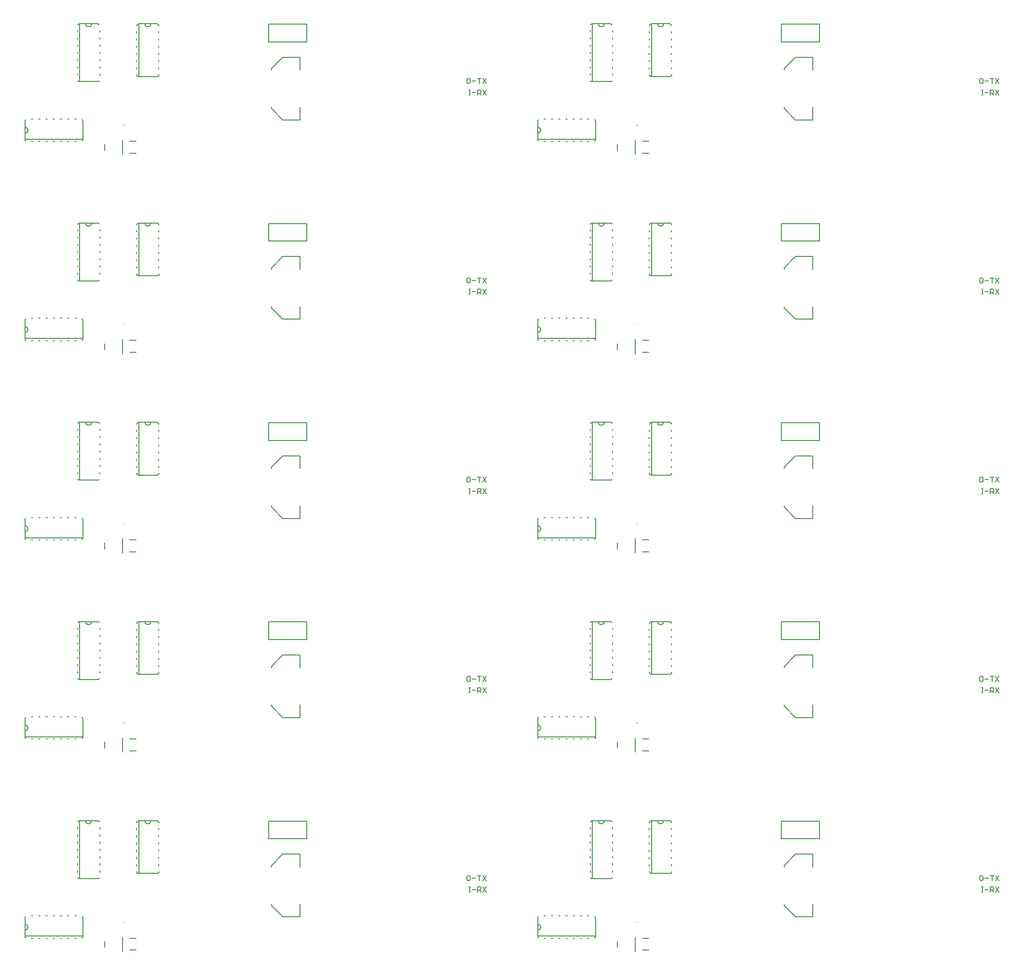
<source format=gbr>
*
%FSLAX26Y26*%
%MOIN*%
%ADD10C,0.007087*%
%ADD11C,0.008000*%
%IPPOS*%
%LNplt.gbr*%
%LPD*%
G75*
G54D10*
X03593161Y01198441D02*
X03581821D01*
X03576151Y01192771D01*
Y01170081D01*
X03581821Y01164411D01*
X03593161D01*
X03598841Y01170081D01*
Y01192771D01*
X03593161Y01198441D01*
X03612981Y01181431D02*
X03635671D01*
X03661161Y01164411D02*
Y01198441D01*
X03672501D02*
X03649811D01*
X03686641D02*
X03709331Y01164411D01*
X03686641D02*
X03709331Y01198441D01*
X03599771Y01085671D02*
X03588431D01*
X03594101D02*
Y01119701D01*
X03588431D02*
X03599771D01*
X03612981Y01102691D02*
X03635671D01*
X03649811Y01085671D02*
Y01119701D01*
X03666831D01*
X03672501Y01114031D01*
Y01102691D01*
X03666831Y01097021D01*
X03649811D01*
X03661161D02*
X03672501Y01085671D01*
X03709331D02*
X03686641Y01119701D01*
X03709331D02*
X03686641Y01085671D01*
X01037631Y01222635D02*
Y01233267D01*
Y01272635D02*
Y01283267D01*
Y01322635D02*
Y01333267D01*
Y01372635D02*
Y01383267D01*
Y01422635D02*
Y01433267D01*
Y01472635D02*
Y01483267D01*
Y01522635D02*
Y01533267D01*
X00886730Y01183826D02*
X00886771Y01183771D01*
X00887251Y01183181D01*
X00887761Y01182621D01*
X00888301Y01182081D01*
X00888861Y01181571D01*
X00889451Y01181091D01*
X00890061Y01180641D01*
X00890701Y01180221D01*
X00891351Y01179831D01*
X00892021Y01179481D01*
X00892711Y01179171D01*
X00893421Y01178881D01*
X00894141Y01178641D01*
X00894871Y01178431D01*
X00895611Y01178261D01*
X00896361Y01178121D01*
X00897111Y01178031D01*
X00897871Y01177971D01*
X00898631Y01177951D01*
X01034081Y01572635D02*
X01034011Y01572721D01*
X01033501Y01573281D01*
X01032961Y01573821D01*
X01032401Y01574331D01*
X01031811Y01574811D01*
X01031201Y01575261D01*
X01030561Y01575681D01*
X01029911Y01576071D01*
X01029241Y01576421D01*
X01028551Y01576731D01*
X01027841Y01577021D01*
X01027121Y01577261D01*
X01026391Y01577471D01*
X01025651Y01577641D01*
X01024901Y01577781D01*
X01024151Y01577871D01*
X01023391Y01577931D01*
X01022631Y01577951D01*
X01034081Y01183267D02*
X01034011Y01183181D01*
X01033501Y01182621D01*
X01032961Y01182081D01*
X01032401Y01181571D01*
X01031811Y01181091D01*
X01031201Y01180641D01*
X01030561Y01180221D01*
X01029911Y01179831D01*
X01029241Y01179481D01*
X01028551Y01179171D01*
X01027841Y01178881D01*
X01027121Y01178641D01*
X01026391Y01178431D01*
X01025651Y01178261D01*
X01024901Y01178121D01*
X01024151Y01178031D01*
X01023391Y01177971D01*
X01022631Y01177951D01*
X00886730Y01572076D02*
X00886771Y01572131D01*
X00887251Y01572721D01*
X00887761Y01573281D01*
X00888301Y01573821D01*
X00888861Y01574331D01*
X00889451Y01574811D01*
X00890061Y01575261D01*
X00890701Y01575681D01*
X00891351Y01576071D01*
X00892021Y01576421D01*
X00892711Y01576731D01*
X00893421Y01577021D01*
X00894141Y01577261D01*
X00894871Y01577471D01*
X00895611Y01577641D01*
X00896361Y01577781D01*
X00897111Y01577871D01*
X00897871Y01577931D01*
X00898631Y01577951D01*
X00883631Y01533267D02*
Y01522635D01*
Y01483267D02*
Y01472635D01*
Y01433267D02*
Y01422635D01*
Y01383267D02*
Y01372635D01*
Y01333267D02*
Y01322635D01*
Y01283267D02*
Y01272635D01*
Y01233267D02*
Y01222635D01*
X00898631Y01177951D02*
X01022631D01*
Y01577951D02*
X00980631D01*
X00940631D01*
X00898631D01*
X00940631D02*
X00940651Y01577071D01*
X00940711Y01576181D01*
X00940811Y01575301D01*
X00940941Y01574431D01*
X00941121Y01573561D01*
X00941331Y01572701D01*
X00941581Y01571851D01*
X00941871Y01571021D01*
X00942201Y01570191D01*
X00942561Y01569391D01*
X00942951Y01568601D01*
X00943381Y01567821D01*
X00943851Y01567071D01*
X00944351Y01566341D01*
X00944881Y01565631D01*
X00945441Y01564941D01*
X00946031Y01564281D01*
X00946651Y01563651D01*
X00947291Y01563051D01*
X00947961Y01562471D01*
X00948661Y01561931D01*
X00949381Y01561411D01*
X00950121Y01560931D01*
X00950891Y01560481D01*
X00951671Y01560071D01*
X00952471Y01559691D01*
X00953281Y01559351D01*
X00954111Y01559041D01*
X00954961Y01558771D01*
X00955811Y01558541D01*
X00956671Y01558351D01*
X00957551Y01558191D01*
X00958421Y01558071D01*
X00959301Y01557991D01*
X00960191Y01557951D01*
X00961071D01*
X00961961Y01557991D01*
X00962841Y01558071D01*
X00963711Y01558191D01*
X00964591Y01558351D01*
X00965451Y01558541D01*
X00966301Y01558771D01*
X00967151Y01559041D01*
X00967981Y01559351D01*
X00968791Y01559691D01*
X00969591Y01560071D01*
X00970371Y01560481D01*
X00971141Y01560931D01*
X00971881Y01561411D01*
X00972601Y01561931D01*
X00973301Y01562471D01*
X00973971Y01563051D01*
X00974611Y01563651D01*
X00975231Y01564281D01*
X00975821Y01564941D01*
X00976381Y01565631D01*
X00976911Y01566341D01*
X00977411Y01567071D01*
X00977881Y01567821D01*
X00978311Y01568601D01*
X00978701Y01569391D01*
X00979061Y01570191D01*
X00979391Y01571021D01*
X00979681Y01571851D01*
X00979931Y01572701D01*
X00980141Y01573561D01*
X00980321Y01574431D01*
X00980451Y01575301D01*
X00980551Y01576181D01*
X00980611Y01577071D01*
X00980631Y01577951D01*
X01293196Y01226567D02*
X01293251Y01226111D01*
X01293391Y01225361D01*
X01293561Y01224621D01*
X01293771Y01223891D01*
X01294011Y01223171D01*
X01294301Y01222461D01*
X01294611Y01221771D01*
X01294961Y01221101D01*
X01295351Y01220451D01*
X01295771Y01219811D01*
X01296221Y01219201D01*
X01296701Y01218611D01*
X01297211Y01218051D01*
X01297751Y01217511D01*
X01298311Y01217001D01*
X01298901Y01216521D01*
X01299511Y01216071D01*
X01300151Y01215651D01*
X01300801Y01215261D01*
X01301471Y01214911D01*
X01302161Y01214601D01*
X01302871Y01214311D01*
X01303591Y01214071D01*
X01304321Y01213861D01*
X01305061Y01213691D01*
X01305811Y01213551D01*
X01306561Y01213461D01*
X01307321Y01213401D01*
X01308081Y01213381D01*
X01446778Y01565935D02*
X01446771Y01565971D01*
X01446601Y01566711D01*
X01446391Y01567441D01*
X01446151Y01568161D01*
X01445861Y01568871D01*
X01445551Y01569561D01*
X01445201Y01570231D01*
X01444811Y01570881D01*
X01444391Y01571521D01*
X01443941Y01572131D01*
X01443461Y01572721D01*
X01442951Y01573281D01*
X01442411Y01573821D01*
X01441851Y01574331D01*
X01441261Y01574811D01*
X01440651Y01575261D01*
X01440011Y01575681D01*
X01439361Y01576071D01*
X01438691Y01576421D01*
X01438001Y01576731D01*
X01437291Y01577021D01*
X01436571Y01577261D01*
X01435841Y01577471D01*
X01435101Y01577641D01*
X01434351Y01577781D01*
X01433601Y01577871D01*
X01432841Y01577931D01*
X01432081Y01577951D01*
X01446966Y01226567D02*
X01446911Y01226111D01*
X01446771Y01225361D01*
X01446601Y01224621D01*
X01446391Y01223891D01*
X01446151Y01223171D01*
X01445861Y01222461D01*
X01445551Y01221771D01*
X01445201Y01221101D01*
X01444811Y01220451D01*
X01444391Y01219811D01*
X01443941Y01219201D01*
X01443461Y01218611D01*
X01442951Y01218051D01*
X01442411Y01217511D01*
X01441851Y01217001D01*
X01441261Y01216521D01*
X01440651Y01216071D01*
X01440011Y01215651D01*
X01439361Y01215261D01*
X01438691Y01214911D01*
X01438001Y01214601D01*
X01437291Y01214311D01*
X01436571Y01214071D01*
X01435841Y01213861D01*
X01435101Y01213691D01*
X01434351Y01213551D01*
X01433601Y01213461D01*
X01432841Y01213401D01*
X01432081Y01213381D01*
X01293384Y01565935D02*
X01293391Y01565971D01*
X01293561Y01566711D01*
X01293771Y01567441D01*
X01294011Y01568161D01*
X01294301Y01568871D01*
X01294611Y01569561D01*
X01294961Y01570231D01*
X01295351Y01570881D01*
X01295771Y01571521D01*
X01296221Y01572131D01*
X01296701Y01572721D01*
X01297211Y01573281D01*
X01297751Y01573821D01*
X01298311Y01574331D01*
X01298901Y01574811D01*
X01299511Y01575261D01*
X01300151Y01575681D01*
X01300801Y01576071D01*
X01301471Y01576421D01*
X01302161Y01576731D01*
X01302871Y01577021D01*
X01303591Y01577261D01*
X01304321Y01577471D01*
X01305061Y01577641D01*
X01305811Y01577781D01*
X01306561Y01577871D01*
X01307321Y01577931D01*
X01308081Y01577951D01*
X01293081Y01526567D02*
Y01515935D01*
Y01476567D02*
Y01465935D01*
Y01426567D02*
Y01415935D01*
Y01376567D02*
Y01365935D01*
Y01326567D02*
Y01315935D01*
Y01276567D02*
Y01265935D01*
X01308081Y01213381D02*
X01432081D01*
Y01577951D02*
X01390081D01*
X01350081D01*
X01308081D01*
X01350081D02*
X01350101Y01577071D01*
X01350161Y01576181D01*
X01350261Y01575301D01*
X01350391Y01574431D01*
X01350571Y01573561D01*
X01350781Y01572701D01*
X01351031Y01571851D01*
X01351321Y01571021D01*
X01351651Y01570191D01*
X01352011Y01569391D01*
X01352401Y01568601D01*
X01352831Y01567821D01*
X01353301Y01567071D01*
X01353801Y01566341D01*
X01354331Y01565631D01*
X01354891Y01564941D01*
X01355481Y01564281D01*
X01356101Y01563651D01*
X01356741Y01563051D01*
X01357411Y01562471D01*
X01358111Y01561931D01*
X01358831Y01561411D01*
X01359571Y01560931D01*
X01360341Y01560481D01*
X01361121Y01560071D01*
X01361921Y01559691D01*
X01362731Y01559351D01*
X01363561Y01559041D01*
X01364411Y01558771D01*
X01365261Y01558541D01*
X01366121Y01558351D01*
X01367001Y01558191D01*
X01367871Y01558071D01*
X01368751Y01557991D01*
X01369641Y01557951D01*
X01370521D01*
X01371411Y01557991D01*
X01372291Y01558071D01*
X01373161Y01558191D01*
X01374041Y01558351D01*
X01374901Y01558541D01*
X01375751Y01558771D01*
X01376601Y01559041D01*
X01377431Y01559351D01*
X01378241Y01559691D01*
X01379041Y01560071D01*
X01379821Y01560481D01*
X01380591Y01560931D01*
X01381331Y01561411D01*
X01382051Y01561931D01*
X01382751Y01562471D01*
X01383421Y01563051D01*
X01384061Y01563651D01*
X01384681Y01564281D01*
X01385271Y01564941D01*
X01385831Y01565631D01*
X01386361Y01566341D01*
X01386861Y01567071D01*
X01387331Y01567821D01*
X01387761Y01568601D01*
X01388151Y01569391D01*
X01388511Y01570191D01*
X01388841Y01571021D01*
X01389131Y01571851D01*
X01389381Y01572701D01*
X01389591Y01573561D01*
X01389771Y01574431D01*
X01389901Y01575301D01*
X01390001Y01576181D01*
X01390061Y01577071D01*
X01390081Y01577951D01*
X00875797Y00919511D02*
X00865165D01*
X00825797D02*
X00815165D01*
X00775797D02*
X00765165D01*
X00725797D02*
X00715165D01*
X00675797D02*
X00665165D01*
X00625797D02*
X00615165D01*
X00575797D02*
X00565165D01*
X00914610Y00768613D02*
X00914661Y00768651D01*
X00915251Y00769131D01*
X00915811Y00769641D01*
X00916351Y00770181D01*
X00916861Y00770741D01*
X00917341Y00771331D01*
X00917791Y00771941D01*
X00918211Y00772581D01*
X00918601Y00773231D01*
X00918951Y00773901D01*
X00919261Y00774591D01*
X00919551Y00775301D01*
X00919791Y00776021D01*
X00920001Y00776751D01*
X00920171Y00777491D01*
X00920311Y00778241D01*
X00920401Y00778991D01*
X00920461Y00779751D01*
X00920481Y00780511D01*
X00525797Y00915961D02*
X00525711Y00915891D01*
X00525151Y00915381D01*
X00524611Y00914841D01*
X00524101Y00914281D01*
X00523621Y00913691D01*
X00523171Y00913081D01*
X00522751Y00912441D01*
X00522361Y00911791D01*
X00522011Y00911121D01*
X00521701Y00910431D01*
X00521411Y00909721D01*
X00521171Y00909001D01*
X00520961Y00908271D01*
X00520791Y00907531D01*
X00520651Y00906781D01*
X00520561Y00906031D01*
X00520501Y00905271D01*
X00520481Y00904511D01*
X00915165Y00915961D02*
X00915251Y00915891D01*
X00915811Y00915381D01*
X00916351Y00914841D01*
X00916861Y00914281D01*
X00917341Y00913691D01*
X00917791Y00913081D01*
X00918211Y00912441D01*
X00918601Y00911791D01*
X00918951Y00911121D01*
X00919261Y00910431D01*
X00919551Y00909721D01*
X00919791Y00909001D01*
X00920001Y00908271D01*
X00920171Y00907531D01*
X00920311Y00906781D01*
X00920401Y00906031D01*
X00920461Y00905271D01*
X00920481Y00904511D01*
X00526352Y00768613D02*
X00526301Y00768651D01*
X00525711Y00769131D01*
X00525151Y00769641D01*
X00524611Y00770181D01*
X00524101Y00770741D01*
X00523621Y00771331D01*
X00523171Y00771941D01*
X00522751Y00772581D01*
X00522361Y00773231D01*
X00522011Y00773901D01*
X00521701Y00774591D01*
X00521411Y00775301D01*
X00521171Y00776021D01*
X00520961Y00776751D01*
X00520791Y00777491D01*
X00520651Y00778241D01*
X00520561Y00778991D01*
X00520501Y00779751D01*
X00520481Y00780511D01*
X00565165Y00765511D02*
X00575797D01*
X00615165D02*
X00625797D01*
X00665165D02*
X00675797D01*
X00715165D02*
X00725797D01*
X00765165D02*
X00775797D01*
X00815165D02*
X00825797D01*
X00865165D02*
X00875797D01*
X00920481Y00780511D02*
Y00904511D01*
X00520481D02*
Y00862511D01*
Y00822511D01*
Y00780511D01*
Y00822511D02*
X00521361Y00822531D01*
X00522251Y00822591D01*
X00523131Y00822691D01*
X00524001Y00822821D01*
X00524871Y00823001D01*
X00525731Y00823211D01*
X00526581Y00823461D01*
X00527411Y00823751D01*
X00528241Y00824081D01*
X00529041Y00824441D01*
X00529831Y00824831D01*
X00530611Y00825261D01*
X00531361Y00825731D01*
X00532091Y00826231D01*
X00532801Y00826761D01*
X00533491Y00827321D01*
X00534151Y00827911D01*
X00534781Y00828531D01*
X00535381Y00829171D01*
X00535961Y00829841D01*
X00536501Y00830541D01*
X00537021Y00831261D01*
X00537501Y00832001D01*
X00537951Y00832771D01*
X00538361Y00833551D01*
X00538741Y00834351D01*
X00539081Y00835161D01*
X00539391Y00835991D01*
X00539661Y00836841D01*
X00539891Y00837691D01*
X00540081Y00838551D01*
X00540241Y00839431D01*
X00540361Y00840301D01*
X00540441Y00841181D01*
X00540481Y00842071D01*
Y00842951D01*
X00540441Y00843841D01*
X00540361Y00844721D01*
X00540241Y00845591D01*
X00540081Y00846471D01*
X00539891Y00847331D01*
X00539661Y00848181D01*
X00539391Y00849031D01*
X00539081Y00849861D01*
X00538741Y00850671D01*
X00538361Y00851471D01*
X00537951Y00852251D01*
X00537501Y00853021D01*
X00537021Y00853761D01*
X00536501Y00854481D01*
X00535961Y00855181D01*
X00535381Y00855851D01*
X00534781Y00856491D01*
X00534151Y00857111D01*
X00533491Y00857701D01*
X00532801Y00858261D01*
X00532091Y00858791D01*
X00531361Y00859291D01*
X00530611Y00859761D01*
X00529831Y00860191D01*
X00529041Y00860581D01*
X00528241Y00860941D01*
X00527411Y00861271D01*
X00526581Y00861561D01*
X00525731Y00861811D01*
X00524871Y00862021D01*
X00524001Y00862201D01*
X00523131Y00862331D01*
X00522251Y00862431D01*
X00521361Y00862491D01*
X00520481Y00862511D01*
X02204731Y01453141D02*
X02468511D01*
Y01575191D01*
X02204731D01*
Y01453141D01*
X02421261Y01346451D02*
X02303151D01*
X02224411Y01267711D01*
Y01258170D01*
Y01001672D02*
Y00992121D01*
X02303151Y00913381D01*
X02421261D01*
Y01001672D01*
Y01258170D02*
Y01346451D01*
X01289764Y00765741D02*
X01245678D01*
X01245678Y00683071D02*
X01289764D01*
X01194885Y00675185D02*
X01194891Y00675191D01*
Y00773621D01*
X01194885Y00773627D01*
X01072841Y00745442D02*
Y00703369D01*
X00897631Y01177951D02*
Y01577951D01*
X01307081D02*
Y01213381D01*
X00920481Y00779511D02*
X00520481D01*
G54D11*
X01446711Y01266391D02*
Y01276110D01*
Y01316391D02*
Y01326110D01*
Y01366391D02*
Y01376110D01*
Y01416391D02*
Y01426110D01*
Y01466391D02*
Y01476110D01*
Y01516391D02*
Y01526110D01*
G54D10*
X01208671Y00878612D02*
Y00877279D01*
X03593161Y02576394D02*
X03581821D01*
X03576151Y02570724D01*
Y02548034D01*
X03581821Y02542364D01*
X03593161D01*
X03598841Y02548034D01*
Y02570724D01*
X03593161Y02576394D01*
X03612981Y02559384D02*
X03635671D01*
X03661161Y02542364D02*
Y02576394D01*
X03672501D02*
X03649811D01*
X03686641D02*
X03709331Y02542364D01*
X03686641D02*
X03709331Y02576394D01*
X03599771Y02463624D02*
X03588431D01*
X03594101D02*
Y02497654D01*
X03588431D02*
X03599771D01*
X03612981Y02480644D02*
X03635671D01*
X03649811Y02463624D02*
Y02497654D01*
X03666831D01*
X03672501Y02491984D01*
Y02480644D01*
X03666831Y02474974D01*
X03649811D01*
X03661161D02*
X03672501Y02463624D01*
X03709331D02*
X03686641Y02497654D01*
X03709331D02*
X03686641Y02463624D01*
X01037631Y02600587D02*
Y02611220D01*
Y02650587D02*
Y02661220D01*
Y02700587D02*
Y02711220D01*
Y02750587D02*
Y02761220D01*
Y02800587D02*
Y02811220D01*
Y02850587D02*
Y02861220D01*
Y02900587D02*
Y02911220D01*
X00886730Y02561778D02*
X00886771Y02561724D01*
X00887251Y02561134D01*
X00887761Y02560574D01*
X00888301Y02560034D01*
X00888861Y02559524D01*
X00889451Y02559044D01*
X00890061Y02558594D01*
X00890701Y02558174D01*
X00891351Y02557784D01*
X00892021Y02557434D01*
X00892711Y02557124D01*
X00893421Y02556834D01*
X00894141Y02556594D01*
X00894871Y02556384D01*
X00895611Y02556214D01*
X00896361Y02556074D01*
X00897111Y02555984D01*
X00897871Y02555924D01*
X00898631Y02555904D01*
X01034081Y02950587D02*
X01034011Y02950674D01*
X01033501Y02951234D01*
X01032961Y02951774D01*
X01032401Y02952284D01*
X01031811Y02952764D01*
X01031201Y02953214D01*
X01030561Y02953634D01*
X01029911Y02954024D01*
X01029241Y02954374D01*
X01028551Y02954684D01*
X01027841Y02954974D01*
X01027121Y02955214D01*
X01026391Y02955424D01*
X01025651Y02955594D01*
X01024901Y02955734D01*
X01024151Y02955824D01*
X01023391Y02955884D01*
X01022631Y02955904D01*
X01034081Y02561220D02*
X01034011Y02561134D01*
X01033501Y02560574D01*
X01032961Y02560034D01*
X01032401Y02559524D01*
X01031811Y02559044D01*
X01031201Y02558594D01*
X01030561Y02558174D01*
X01029911Y02557784D01*
X01029241Y02557434D01*
X01028551Y02557124D01*
X01027841Y02556834D01*
X01027121Y02556594D01*
X01026391Y02556384D01*
X01025651Y02556214D01*
X01024901Y02556074D01*
X01024151Y02555984D01*
X01023391Y02555924D01*
X01022631Y02555904D01*
X00886730Y02950029D02*
X00886771Y02950084D01*
X00887251Y02950674D01*
X00887761Y02951234D01*
X00888301Y02951774D01*
X00888861Y02952284D01*
X00889451Y02952764D01*
X00890061Y02953214D01*
X00890701Y02953634D01*
X00891351Y02954024D01*
X00892021Y02954374D01*
X00892711Y02954684D01*
X00893421Y02954974D01*
X00894141Y02955214D01*
X00894871Y02955424D01*
X00895611Y02955594D01*
X00896361Y02955734D01*
X00897111Y02955824D01*
X00897871Y02955884D01*
X00898631Y02955904D01*
X00883631Y02911220D02*
Y02900587D01*
Y02861220D02*
Y02850587D01*
Y02811220D02*
Y02800587D01*
Y02761220D02*
Y02750587D01*
Y02711220D02*
Y02700587D01*
Y02661220D02*
Y02650587D01*
Y02611220D02*
Y02600587D01*
X00898631Y02555904D02*
X01022631D01*
Y02955904D02*
X00980631D01*
X00940631D01*
X00898631D01*
X00940631D02*
X00940651Y02955024D01*
X00940711Y02954134D01*
X00940811Y02953254D01*
X00940941Y02952384D01*
X00941121Y02951514D01*
X00941331Y02950654D01*
X00941581Y02949804D01*
X00941871Y02948974D01*
X00942201Y02948144D01*
X00942561Y02947344D01*
X00942951Y02946554D01*
X00943381Y02945774D01*
X00943851Y02945024D01*
X00944351Y02944294D01*
X00944881Y02943584D01*
X00945441Y02942894D01*
X00946031Y02942234D01*
X00946651Y02941604D01*
X00947291Y02941004D01*
X00947961Y02940424D01*
X00948661Y02939884D01*
X00949381Y02939364D01*
X00950121Y02938884D01*
X00950891Y02938434D01*
X00951671Y02938024D01*
X00952471Y02937644D01*
X00953281Y02937304D01*
X00954111Y02936994D01*
X00954961Y02936724D01*
X00955811Y02936494D01*
X00956671Y02936304D01*
X00957551Y02936144D01*
X00958421Y02936024D01*
X00959301Y02935944D01*
X00960191Y02935904D01*
X00961071D01*
X00961961Y02935944D01*
X00962841Y02936024D01*
X00963711Y02936144D01*
X00964591Y02936304D01*
X00965451Y02936494D01*
X00966301Y02936724D01*
X00967151Y02936994D01*
X00967981Y02937304D01*
X00968791Y02937644D01*
X00969591Y02938024D01*
X00970371Y02938434D01*
X00971141Y02938884D01*
X00971881Y02939364D01*
X00972601Y02939884D01*
X00973301Y02940424D01*
X00973971Y02941004D01*
X00974611Y02941604D01*
X00975231Y02942234D01*
X00975821Y02942894D01*
X00976381Y02943584D01*
X00976911Y02944294D01*
X00977411Y02945024D01*
X00977881Y02945774D01*
X00978311Y02946554D01*
X00978701Y02947344D01*
X00979061Y02948144D01*
X00979391Y02948974D01*
X00979681Y02949804D01*
X00979931Y02950654D01*
X00980141Y02951514D01*
X00980321Y02952384D01*
X00980451Y02953254D01*
X00980551Y02954134D01*
X00980611Y02955024D01*
X00980631Y02955904D01*
X01293196Y02604520D02*
X01293251Y02604064D01*
X01293391Y02603314D01*
X01293561Y02602574D01*
X01293771Y02601844D01*
X01294011Y02601124D01*
X01294301Y02600414D01*
X01294611Y02599724D01*
X01294961Y02599054D01*
X01295351Y02598404D01*
X01295771Y02597764D01*
X01296221Y02597154D01*
X01296701Y02596564D01*
X01297211Y02596004D01*
X01297751Y02595464D01*
X01298311Y02594954D01*
X01298901Y02594474D01*
X01299511Y02594024D01*
X01300151Y02593604D01*
X01300801Y02593214D01*
X01301471Y02592864D01*
X01302161Y02592554D01*
X01302871Y02592264D01*
X01303591Y02592024D01*
X01304321Y02591814D01*
X01305061Y02591644D01*
X01305811Y02591504D01*
X01306561Y02591414D01*
X01307321Y02591354D01*
X01308081Y02591334D01*
X01446778Y02943887D02*
X01446771Y02943924D01*
X01446601Y02944664D01*
X01446391Y02945394D01*
X01446151Y02946114D01*
X01445861Y02946824D01*
X01445551Y02947514D01*
X01445201Y02948184D01*
X01444811Y02948834D01*
X01444391Y02949474D01*
X01443941Y02950084D01*
X01443461Y02950674D01*
X01442951Y02951234D01*
X01442411Y02951774D01*
X01441851Y02952284D01*
X01441261Y02952764D01*
X01440651Y02953214D01*
X01440011Y02953634D01*
X01439361Y02954024D01*
X01438691Y02954374D01*
X01438001Y02954684D01*
X01437291Y02954974D01*
X01436571Y02955214D01*
X01435841Y02955424D01*
X01435101Y02955594D01*
X01434351Y02955734D01*
X01433601Y02955824D01*
X01432841Y02955884D01*
X01432081Y02955904D01*
X01446966Y02604520D02*
X01446911Y02604064D01*
X01446771Y02603314D01*
X01446601Y02602574D01*
X01446391Y02601844D01*
X01446151Y02601124D01*
X01445861Y02600414D01*
X01445551Y02599724D01*
X01445201Y02599054D01*
X01444811Y02598404D01*
X01444391Y02597764D01*
X01443941Y02597154D01*
X01443461Y02596564D01*
X01442951Y02596004D01*
X01442411Y02595464D01*
X01441851Y02594954D01*
X01441261Y02594474D01*
X01440651Y02594024D01*
X01440011Y02593604D01*
X01439361Y02593214D01*
X01438691Y02592864D01*
X01438001Y02592554D01*
X01437291Y02592264D01*
X01436571Y02592024D01*
X01435841Y02591814D01*
X01435101Y02591644D01*
X01434351Y02591504D01*
X01433601Y02591414D01*
X01432841Y02591354D01*
X01432081Y02591334D01*
X01293384Y02943887D02*
X01293391Y02943924D01*
X01293561Y02944664D01*
X01293771Y02945394D01*
X01294011Y02946114D01*
X01294301Y02946824D01*
X01294611Y02947514D01*
X01294961Y02948184D01*
X01295351Y02948834D01*
X01295771Y02949474D01*
X01296221Y02950084D01*
X01296701Y02950674D01*
X01297211Y02951234D01*
X01297751Y02951774D01*
X01298311Y02952284D01*
X01298901Y02952764D01*
X01299511Y02953214D01*
X01300151Y02953634D01*
X01300801Y02954024D01*
X01301471Y02954374D01*
X01302161Y02954684D01*
X01302871Y02954974D01*
X01303591Y02955214D01*
X01304321Y02955424D01*
X01305061Y02955594D01*
X01305811Y02955734D01*
X01306561Y02955824D01*
X01307321Y02955884D01*
X01308081Y02955904D01*
X01293081Y02904520D02*
Y02893887D01*
Y02854520D02*
Y02843887D01*
Y02804520D02*
Y02793887D01*
Y02754520D02*
Y02743887D01*
Y02704520D02*
Y02693887D01*
Y02654520D02*
Y02643887D01*
X01308081Y02591334D02*
X01432081D01*
Y02955904D02*
X01390081D01*
X01350081D01*
X01308081D01*
X01350081D02*
X01350101Y02955024D01*
X01350161Y02954134D01*
X01350261Y02953254D01*
X01350391Y02952384D01*
X01350571Y02951514D01*
X01350781Y02950654D01*
X01351031Y02949804D01*
X01351321Y02948974D01*
X01351651Y02948144D01*
X01352011Y02947344D01*
X01352401Y02946554D01*
X01352831Y02945774D01*
X01353301Y02945024D01*
X01353801Y02944294D01*
X01354331Y02943584D01*
X01354891Y02942894D01*
X01355481Y02942234D01*
X01356101Y02941604D01*
X01356741Y02941004D01*
X01357411Y02940424D01*
X01358111Y02939884D01*
X01358831Y02939364D01*
X01359571Y02938884D01*
X01360341Y02938434D01*
X01361121Y02938024D01*
X01361921Y02937644D01*
X01362731Y02937304D01*
X01363561Y02936994D01*
X01364411Y02936724D01*
X01365261Y02936494D01*
X01366121Y02936304D01*
X01367001Y02936144D01*
X01367871Y02936024D01*
X01368751Y02935944D01*
X01369641Y02935904D01*
X01370521D01*
X01371411Y02935944D01*
X01372291Y02936024D01*
X01373161Y02936144D01*
X01374041Y02936304D01*
X01374901Y02936494D01*
X01375751Y02936724D01*
X01376601Y02936994D01*
X01377431Y02937304D01*
X01378241Y02937644D01*
X01379041Y02938024D01*
X01379821Y02938434D01*
X01380591Y02938884D01*
X01381331Y02939364D01*
X01382051Y02939884D01*
X01382751Y02940424D01*
X01383421Y02941004D01*
X01384061Y02941604D01*
X01384681Y02942234D01*
X01385271Y02942894D01*
X01385831Y02943584D01*
X01386361Y02944294D01*
X01386861Y02945024D01*
X01387331Y02945774D01*
X01387761Y02946554D01*
X01388151Y02947344D01*
X01388511Y02948144D01*
X01388841Y02948974D01*
X01389131Y02949804D01*
X01389381Y02950654D01*
X01389591Y02951514D01*
X01389771Y02952384D01*
X01389901Y02953254D01*
X01390001Y02954134D01*
X01390061Y02955024D01*
X01390081Y02955904D01*
X00875797Y02297464D02*
X00865165D01*
X00825797D02*
X00815165D01*
X00775797D02*
X00765165D01*
X00725797D02*
X00715165D01*
X00675797D02*
X00665165D01*
X00625797D02*
X00615165D01*
X00575797D02*
X00565165D01*
X00914610Y02146566D02*
X00914661Y02146604D01*
X00915251Y02147084D01*
X00915811Y02147594D01*
X00916351Y02148134D01*
X00916861Y02148694D01*
X00917341Y02149284D01*
X00917791Y02149894D01*
X00918211Y02150534D01*
X00918601Y02151184D01*
X00918951Y02151854D01*
X00919261Y02152544D01*
X00919551Y02153254D01*
X00919791Y02153974D01*
X00920001Y02154704D01*
X00920171Y02155444D01*
X00920311Y02156194D01*
X00920401Y02156944D01*
X00920461Y02157704D01*
X00920481Y02158464D01*
X00525797Y02293914D02*
X00525711Y02293844D01*
X00525151Y02293334D01*
X00524611Y02292794D01*
X00524101Y02292234D01*
X00523621Y02291644D01*
X00523171Y02291034D01*
X00522751Y02290394D01*
X00522361Y02289744D01*
X00522011Y02289074D01*
X00521701Y02288384D01*
X00521411Y02287674D01*
X00521171Y02286954D01*
X00520961Y02286224D01*
X00520791Y02285484D01*
X00520651Y02284734D01*
X00520561Y02283984D01*
X00520501Y02283224D01*
X00520481Y02282464D01*
X00915165Y02293914D02*
X00915251Y02293844D01*
X00915811Y02293334D01*
X00916351Y02292794D01*
X00916861Y02292234D01*
X00917341Y02291644D01*
X00917791Y02291034D01*
X00918211Y02290394D01*
X00918601Y02289744D01*
X00918951Y02289074D01*
X00919261Y02288384D01*
X00919551Y02287674D01*
X00919791Y02286954D01*
X00920001Y02286224D01*
X00920171Y02285484D01*
X00920311Y02284734D01*
X00920401Y02283984D01*
X00920461Y02283224D01*
X00920481Y02282464D01*
X00526352Y02146566D02*
X00526301Y02146604D01*
X00525711Y02147084D01*
X00525151Y02147594D01*
X00524611Y02148134D01*
X00524101Y02148694D01*
X00523621Y02149284D01*
X00523171Y02149894D01*
X00522751Y02150534D01*
X00522361Y02151184D01*
X00522011Y02151854D01*
X00521701Y02152544D01*
X00521411Y02153254D01*
X00521171Y02153974D01*
X00520961Y02154704D01*
X00520791Y02155444D01*
X00520651Y02156194D01*
X00520561Y02156944D01*
X00520501Y02157704D01*
X00520481Y02158464D01*
X00565165Y02143464D02*
X00575797D01*
X00615165D02*
X00625797D01*
X00665165D02*
X00675797D01*
X00715165D02*
X00725797D01*
X00765165D02*
X00775797D01*
X00815165D02*
X00825797D01*
X00865165D02*
X00875797D01*
X00920481Y02158464D02*
Y02282464D01*
X00520481D02*
Y02240464D01*
Y02200464D01*
Y02158464D01*
Y02200464D02*
X00521361Y02200484D01*
X00522251Y02200544D01*
X00523131Y02200644D01*
X00524001Y02200774D01*
X00524871Y02200954D01*
X00525731Y02201164D01*
X00526581Y02201414D01*
X00527411Y02201704D01*
X00528241Y02202034D01*
X00529041Y02202394D01*
X00529831Y02202784D01*
X00530611Y02203214D01*
X00531361Y02203684D01*
X00532091Y02204184D01*
X00532801Y02204714D01*
X00533491Y02205274D01*
X00534151Y02205864D01*
X00534781Y02206484D01*
X00535381Y02207124D01*
X00535961Y02207794D01*
X00536501Y02208494D01*
X00537021Y02209214D01*
X00537501Y02209954D01*
X00537951Y02210724D01*
X00538361Y02211504D01*
X00538741Y02212304D01*
X00539081Y02213114D01*
X00539391Y02213944D01*
X00539661Y02214794D01*
X00539891Y02215644D01*
X00540081Y02216504D01*
X00540241Y02217384D01*
X00540361Y02218254D01*
X00540441Y02219134D01*
X00540481Y02220024D01*
Y02220904D01*
X00540441Y02221794D01*
X00540361Y02222674D01*
X00540241Y02223544D01*
X00540081Y02224424D01*
X00539891Y02225284D01*
X00539661Y02226134D01*
X00539391Y02226984D01*
X00539081Y02227814D01*
X00538741Y02228624D01*
X00538361Y02229424D01*
X00537951Y02230204D01*
X00537501Y02230974D01*
X00537021Y02231714D01*
X00536501Y02232434D01*
X00535961Y02233134D01*
X00535381Y02233804D01*
X00534781Y02234444D01*
X00534151Y02235064D01*
X00533491Y02235654D01*
X00532801Y02236214D01*
X00532091Y02236744D01*
X00531361Y02237244D01*
X00530611Y02237714D01*
X00529831Y02238144D01*
X00529041Y02238534D01*
X00528241Y02238894D01*
X00527411Y02239224D01*
X00526581Y02239514D01*
X00525731Y02239764D01*
X00524871Y02239974D01*
X00524001Y02240154D01*
X00523131Y02240284D01*
X00522251Y02240384D01*
X00521361Y02240444D01*
X00520481Y02240464D01*
X02204731Y02831094D02*
X02468511D01*
Y02953144D01*
X02204731D01*
Y02831094D01*
X02421261Y02724404D02*
X02303151D01*
X02224411Y02645664D01*
Y02636122D01*
Y02379625D02*
Y02370074D01*
X02303151Y02291334D01*
X02421261D01*
Y02379625D01*
Y02636122D02*
Y02724404D01*
X01289764Y02143694D02*
X01245678D01*
X01245678Y02061024D02*
X01289764D01*
X01194885Y02053138D02*
X01194891Y02053144D01*
Y02151574D01*
X01194885Y02151579D01*
X01072841Y02123395D02*
Y02081322D01*
X00897631Y02555904D02*
Y02955904D01*
X01307081D02*
Y02591334D01*
X00920481Y02157464D02*
X00520481D01*
G54D11*
X01446711Y02644344D02*
Y02654063D01*
Y02694344D02*
Y02704063D01*
Y02744344D02*
Y02754063D01*
Y02794344D02*
Y02804063D01*
Y02844344D02*
Y02854063D01*
Y02894344D02*
Y02904063D01*
G54D10*
X01208671Y02256565D02*
Y02255232D01*
X03593161Y03954346D02*
X03581821D01*
X03576151Y03948676D01*
Y03925986D01*
X03581821Y03920316D01*
X03593161D01*
X03598841Y03925986D01*
Y03948676D01*
X03593161Y03954346D01*
X03612981Y03937336D02*
X03635671D01*
X03661161Y03920316D02*
Y03954346D01*
X03672501D02*
X03649811D01*
X03686641D02*
X03709331Y03920316D01*
X03686641D02*
X03709331Y03954346D01*
X03599771Y03841576D02*
X03588431D01*
X03594101D02*
Y03875606D01*
X03588431D02*
X03599771D01*
X03612981Y03858596D02*
X03635671D01*
X03649811Y03841576D02*
Y03875606D01*
X03666831D01*
X03672501Y03869936D01*
Y03858596D01*
X03666831Y03852926D01*
X03649811D01*
X03661161D02*
X03672501Y03841576D01*
X03709331D02*
X03686641Y03875606D01*
X03709331D02*
X03686641Y03841576D01*
X01037631Y03978540D02*
Y03989173D01*
Y04028540D02*
Y04039173D01*
Y04078540D02*
Y04089173D01*
Y04128540D02*
Y04139173D01*
Y04178540D02*
Y04189173D01*
Y04228540D02*
Y04239173D01*
Y04278540D02*
Y04289173D01*
X00886730Y03939731D02*
X00886771Y03939676D01*
X00887251Y03939086D01*
X00887761Y03938526D01*
X00888301Y03937986D01*
X00888861Y03937476D01*
X00889451Y03936996D01*
X00890061Y03936546D01*
X00890701Y03936126D01*
X00891351Y03935736D01*
X00892021Y03935386D01*
X00892711Y03935076D01*
X00893421Y03934786D01*
X00894141Y03934546D01*
X00894871Y03934336D01*
X00895611Y03934166D01*
X00896361Y03934026D01*
X00897111Y03933936D01*
X00897871Y03933876D01*
X00898631Y03933856D01*
X01034081Y04328540D02*
X01034011Y04328626D01*
X01033501Y04329186D01*
X01032961Y04329726D01*
X01032401Y04330236D01*
X01031811Y04330716D01*
X01031201Y04331166D01*
X01030561Y04331586D01*
X01029911Y04331976D01*
X01029241Y04332326D01*
X01028551Y04332636D01*
X01027841Y04332926D01*
X01027121Y04333166D01*
X01026391Y04333376D01*
X01025651Y04333546D01*
X01024901Y04333686D01*
X01024151Y04333776D01*
X01023391Y04333836D01*
X01022631Y04333856D01*
X01034081Y03939173D02*
X01034011Y03939086D01*
X01033501Y03938526D01*
X01032961Y03937986D01*
X01032401Y03937476D01*
X01031811Y03936996D01*
X01031201Y03936546D01*
X01030561Y03936126D01*
X01029911Y03935736D01*
X01029241Y03935386D01*
X01028551Y03935076D01*
X01027841Y03934786D01*
X01027121Y03934546D01*
X01026391Y03934336D01*
X01025651Y03934166D01*
X01024901Y03934026D01*
X01024151Y03933936D01*
X01023391Y03933876D01*
X01022631Y03933856D01*
X00886730Y04327981D02*
X00886771Y04328036D01*
X00887251Y04328626D01*
X00887761Y04329186D01*
X00888301Y04329726D01*
X00888861Y04330236D01*
X00889451Y04330716D01*
X00890061Y04331166D01*
X00890701Y04331586D01*
X00891351Y04331976D01*
X00892021Y04332326D01*
X00892711Y04332636D01*
X00893421Y04332926D01*
X00894141Y04333166D01*
X00894871Y04333376D01*
X00895611Y04333546D01*
X00896361Y04333686D01*
X00897111Y04333776D01*
X00897871Y04333836D01*
X00898631Y04333856D01*
X00883631Y04289173D02*
Y04278540D01*
Y04239173D02*
Y04228540D01*
Y04189173D02*
Y04178540D01*
Y04139173D02*
Y04128540D01*
Y04089173D02*
Y04078540D01*
Y04039173D02*
Y04028540D01*
Y03989173D02*
Y03978540D01*
X00898631Y03933856D02*
X01022631D01*
Y04333856D02*
X00980631D01*
X00940631D01*
X00898631D01*
X00940631D02*
X00940651Y04332976D01*
X00940711Y04332086D01*
X00940811Y04331206D01*
X00940941Y04330336D01*
X00941121Y04329466D01*
X00941331Y04328606D01*
X00941581Y04327756D01*
X00941871Y04326926D01*
X00942201Y04326096D01*
X00942561Y04325296D01*
X00942951Y04324506D01*
X00943381Y04323726D01*
X00943851Y04322976D01*
X00944351Y04322246D01*
X00944881Y04321536D01*
X00945441Y04320846D01*
X00946031Y04320186D01*
X00946651Y04319556D01*
X00947291Y04318956D01*
X00947961Y04318376D01*
X00948661Y04317836D01*
X00949381Y04317316D01*
X00950121Y04316836D01*
X00950891Y04316386D01*
X00951671Y04315976D01*
X00952471Y04315596D01*
X00953281Y04315256D01*
X00954111Y04314946D01*
X00954961Y04314676D01*
X00955811Y04314446D01*
X00956671Y04314256D01*
X00957551Y04314096D01*
X00958421Y04313976D01*
X00959301Y04313896D01*
X00960191Y04313856D01*
X00961071D01*
X00961961Y04313896D01*
X00962841Y04313976D01*
X00963711Y04314096D01*
X00964591Y04314256D01*
X00965451Y04314446D01*
X00966301Y04314676D01*
X00967151Y04314946D01*
X00967981Y04315256D01*
X00968791Y04315596D01*
X00969591Y04315976D01*
X00970371Y04316386D01*
X00971141Y04316836D01*
X00971881Y04317316D01*
X00972601Y04317836D01*
X00973301Y04318376D01*
X00973971Y04318956D01*
X00974611Y04319556D01*
X00975231Y04320186D01*
X00975821Y04320846D01*
X00976381Y04321536D01*
X00976911Y04322246D01*
X00977411Y04322976D01*
X00977881Y04323726D01*
X00978311Y04324506D01*
X00978701Y04325296D01*
X00979061Y04326096D01*
X00979391Y04326926D01*
X00979681Y04327756D01*
X00979931Y04328606D01*
X00980141Y04329466D01*
X00980321Y04330336D01*
X00980451Y04331206D01*
X00980551Y04332086D01*
X00980611Y04332976D01*
X00980631Y04333856D01*
X01293196Y03982473D02*
X01293251Y03982016D01*
X01293391Y03981266D01*
X01293561Y03980526D01*
X01293771Y03979796D01*
X01294011Y03979076D01*
X01294301Y03978366D01*
X01294611Y03977676D01*
X01294961Y03977006D01*
X01295351Y03976356D01*
X01295771Y03975716D01*
X01296221Y03975106D01*
X01296701Y03974516D01*
X01297211Y03973956D01*
X01297751Y03973416D01*
X01298311Y03972906D01*
X01298901Y03972426D01*
X01299511Y03971976D01*
X01300151Y03971556D01*
X01300801Y03971166D01*
X01301471Y03970816D01*
X01302161Y03970506D01*
X01302871Y03970216D01*
X01303591Y03969976D01*
X01304321Y03969766D01*
X01305061Y03969596D01*
X01305811Y03969456D01*
X01306561Y03969366D01*
X01307321Y03969306D01*
X01308081Y03969286D01*
X01446778Y04321840D02*
X01446771Y04321876D01*
X01446601Y04322616D01*
X01446391Y04323346D01*
X01446151Y04324066D01*
X01445861Y04324776D01*
X01445551Y04325466D01*
X01445201Y04326136D01*
X01444811Y04326786D01*
X01444391Y04327426D01*
X01443941Y04328036D01*
X01443461Y04328626D01*
X01442951Y04329186D01*
X01442411Y04329726D01*
X01441851Y04330236D01*
X01441261Y04330716D01*
X01440651Y04331166D01*
X01440011Y04331586D01*
X01439361Y04331976D01*
X01438691Y04332326D01*
X01438001Y04332636D01*
X01437291Y04332926D01*
X01436571Y04333166D01*
X01435841Y04333376D01*
X01435101Y04333546D01*
X01434351Y04333686D01*
X01433601Y04333776D01*
X01432841Y04333836D01*
X01432081Y04333856D01*
X01446966Y03982473D02*
X01446911Y03982016D01*
X01446771Y03981266D01*
X01446601Y03980526D01*
X01446391Y03979796D01*
X01446151Y03979076D01*
X01445861Y03978366D01*
X01445551Y03977676D01*
X01445201Y03977006D01*
X01444811Y03976356D01*
X01444391Y03975716D01*
X01443941Y03975106D01*
X01443461Y03974516D01*
X01442951Y03973956D01*
X01442411Y03973416D01*
X01441851Y03972906D01*
X01441261Y03972426D01*
X01440651Y03971976D01*
X01440011Y03971556D01*
X01439361Y03971166D01*
X01438691Y03970816D01*
X01438001Y03970506D01*
X01437291Y03970216D01*
X01436571Y03969976D01*
X01435841Y03969766D01*
X01435101Y03969596D01*
X01434351Y03969456D01*
X01433601Y03969366D01*
X01432841Y03969306D01*
X01432081Y03969286D01*
X01293384Y04321840D02*
X01293391Y04321876D01*
X01293561Y04322616D01*
X01293771Y04323346D01*
X01294011Y04324066D01*
X01294301Y04324776D01*
X01294611Y04325466D01*
X01294961Y04326136D01*
X01295351Y04326786D01*
X01295771Y04327426D01*
X01296221Y04328036D01*
X01296701Y04328626D01*
X01297211Y04329186D01*
X01297751Y04329726D01*
X01298311Y04330236D01*
X01298901Y04330716D01*
X01299511Y04331166D01*
X01300151Y04331586D01*
X01300801Y04331976D01*
X01301471Y04332326D01*
X01302161Y04332636D01*
X01302871Y04332926D01*
X01303591Y04333166D01*
X01304321Y04333376D01*
X01305061Y04333546D01*
X01305811Y04333686D01*
X01306561Y04333776D01*
X01307321Y04333836D01*
X01308081Y04333856D01*
X01293081Y04282473D02*
Y04271840D01*
Y04232473D02*
Y04221840D01*
Y04182473D02*
Y04171840D01*
Y04132473D02*
Y04121840D01*
Y04082473D02*
Y04071840D01*
Y04032473D02*
Y04021840D01*
X01308081Y03969286D02*
X01432081D01*
Y04333856D02*
X01390081D01*
X01350081D01*
X01308081D01*
X01350081D02*
X01350101Y04332976D01*
X01350161Y04332086D01*
X01350261Y04331206D01*
X01350391Y04330336D01*
X01350571Y04329466D01*
X01350781Y04328606D01*
X01351031Y04327756D01*
X01351321Y04326926D01*
X01351651Y04326096D01*
X01352011Y04325296D01*
X01352401Y04324506D01*
X01352831Y04323726D01*
X01353301Y04322976D01*
X01353801Y04322246D01*
X01354331Y04321536D01*
X01354891Y04320846D01*
X01355481Y04320186D01*
X01356101Y04319556D01*
X01356741Y04318956D01*
X01357411Y04318376D01*
X01358111Y04317836D01*
X01358831Y04317316D01*
X01359571Y04316836D01*
X01360341Y04316386D01*
X01361121Y04315976D01*
X01361921Y04315596D01*
X01362731Y04315256D01*
X01363561Y04314946D01*
X01364411Y04314676D01*
X01365261Y04314446D01*
X01366121Y04314256D01*
X01367001Y04314096D01*
X01367871Y04313976D01*
X01368751Y04313896D01*
X01369641Y04313856D01*
X01370521D01*
X01371411Y04313896D01*
X01372291Y04313976D01*
X01373161Y04314096D01*
X01374041Y04314256D01*
X01374901Y04314446D01*
X01375751Y04314676D01*
X01376601Y04314946D01*
X01377431Y04315256D01*
X01378241Y04315596D01*
X01379041Y04315976D01*
X01379821Y04316386D01*
X01380591Y04316836D01*
X01381331Y04317316D01*
X01382051Y04317836D01*
X01382751Y04318376D01*
X01383421Y04318956D01*
X01384061Y04319556D01*
X01384681Y04320186D01*
X01385271Y04320846D01*
X01385831Y04321536D01*
X01386361Y04322246D01*
X01386861Y04322976D01*
X01387331Y04323726D01*
X01387761Y04324506D01*
X01388151Y04325296D01*
X01388511Y04326096D01*
X01388841Y04326926D01*
X01389131Y04327756D01*
X01389381Y04328606D01*
X01389591Y04329466D01*
X01389771Y04330336D01*
X01389901Y04331206D01*
X01390001Y04332086D01*
X01390061Y04332976D01*
X01390081Y04333856D01*
X00875797Y03675416D02*
X00865165D01*
X00825797D02*
X00815165D01*
X00775797D02*
X00765165D01*
X00725797D02*
X00715165D01*
X00675797D02*
X00665165D01*
X00625797D02*
X00615165D01*
X00575797D02*
X00565165D01*
X00914610Y03524519D02*
X00914661Y03524556D01*
X00915251Y03525036D01*
X00915811Y03525546D01*
X00916351Y03526086D01*
X00916861Y03526646D01*
X00917341Y03527236D01*
X00917791Y03527846D01*
X00918211Y03528486D01*
X00918601Y03529136D01*
X00918951Y03529806D01*
X00919261Y03530496D01*
X00919551Y03531206D01*
X00919791Y03531926D01*
X00920001Y03532656D01*
X00920171Y03533396D01*
X00920311Y03534146D01*
X00920401Y03534896D01*
X00920461Y03535656D01*
X00920481Y03536416D01*
X00525797Y03671866D02*
X00525711Y03671796D01*
X00525151Y03671286D01*
X00524611Y03670746D01*
X00524101Y03670186D01*
X00523621Y03669596D01*
X00523171Y03668986D01*
X00522751Y03668346D01*
X00522361Y03667696D01*
X00522011Y03667026D01*
X00521701Y03666336D01*
X00521411Y03665626D01*
X00521171Y03664906D01*
X00520961Y03664176D01*
X00520791Y03663436D01*
X00520651Y03662686D01*
X00520561Y03661936D01*
X00520501Y03661176D01*
X00520481Y03660416D01*
X00915165Y03671866D02*
X00915251Y03671796D01*
X00915811Y03671286D01*
X00916351Y03670746D01*
X00916861Y03670186D01*
X00917341Y03669596D01*
X00917791Y03668986D01*
X00918211Y03668346D01*
X00918601Y03667696D01*
X00918951Y03667026D01*
X00919261Y03666336D01*
X00919551Y03665626D01*
X00919791Y03664906D01*
X00920001Y03664176D01*
X00920171Y03663436D01*
X00920311Y03662686D01*
X00920401Y03661936D01*
X00920461Y03661176D01*
X00920481Y03660416D01*
X00526352Y03524519D02*
X00526301Y03524556D01*
X00525711Y03525036D01*
X00525151Y03525546D01*
X00524611Y03526086D01*
X00524101Y03526646D01*
X00523621Y03527236D01*
X00523171Y03527846D01*
X00522751Y03528486D01*
X00522361Y03529136D01*
X00522011Y03529806D01*
X00521701Y03530496D01*
X00521411Y03531206D01*
X00521171Y03531926D01*
X00520961Y03532656D01*
X00520791Y03533396D01*
X00520651Y03534146D01*
X00520561Y03534896D01*
X00520501Y03535656D01*
X00520481Y03536416D01*
X00565165Y03521416D02*
X00575797D01*
X00615165D02*
X00625797D01*
X00665165D02*
X00675797D01*
X00715165D02*
X00725797D01*
X00765165D02*
X00775797D01*
X00815165D02*
X00825797D01*
X00865165D02*
X00875797D01*
X00920481Y03536416D02*
Y03660416D01*
X00520481D02*
Y03618416D01*
Y03578416D01*
Y03536416D01*
Y03578416D02*
X00521361Y03578436D01*
X00522251Y03578496D01*
X00523131Y03578596D01*
X00524001Y03578726D01*
X00524871Y03578906D01*
X00525731Y03579116D01*
X00526581Y03579366D01*
X00527411Y03579656D01*
X00528241Y03579986D01*
X00529041Y03580346D01*
X00529831Y03580736D01*
X00530611Y03581166D01*
X00531361Y03581636D01*
X00532091Y03582136D01*
X00532801Y03582666D01*
X00533491Y03583226D01*
X00534151Y03583816D01*
X00534781Y03584436D01*
X00535381Y03585076D01*
X00535961Y03585746D01*
X00536501Y03586446D01*
X00537021Y03587166D01*
X00537501Y03587906D01*
X00537951Y03588676D01*
X00538361Y03589456D01*
X00538741Y03590256D01*
X00539081Y03591066D01*
X00539391Y03591896D01*
X00539661Y03592746D01*
X00539891Y03593596D01*
X00540081Y03594456D01*
X00540241Y03595336D01*
X00540361Y03596206D01*
X00540441Y03597086D01*
X00540481Y03597976D01*
Y03598856D01*
X00540441Y03599746D01*
X00540361Y03600626D01*
X00540241Y03601496D01*
X00540081Y03602376D01*
X00539891Y03603236D01*
X00539661Y03604086D01*
X00539391Y03604936D01*
X00539081Y03605766D01*
X00538741Y03606576D01*
X00538361Y03607376D01*
X00537951Y03608156D01*
X00537501Y03608926D01*
X00537021Y03609666D01*
X00536501Y03610386D01*
X00535961Y03611086D01*
X00535381Y03611756D01*
X00534781Y03612396D01*
X00534151Y03613016D01*
X00533491Y03613606D01*
X00532801Y03614166D01*
X00532091Y03614696D01*
X00531361Y03615196D01*
X00530611Y03615666D01*
X00529831Y03616096D01*
X00529041Y03616486D01*
X00528241Y03616846D01*
X00527411Y03617176D01*
X00526581Y03617466D01*
X00525731Y03617716D01*
X00524871Y03617926D01*
X00524001Y03618106D01*
X00523131Y03618236D01*
X00522251Y03618336D01*
X00521361Y03618396D01*
X00520481Y03618416D01*
X02204731Y04209046D02*
X02468511D01*
Y04331096D01*
X02204731D01*
Y04209046D01*
X02421261Y04102356D02*
X02303151D01*
X02224411Y04023616D01*
Y04014075D01*
Y03757577D02*
Y03748026D01*
X02303151Y03669286D01*
X02421261D01*
Y03757577D01*
Y04014075D02*
Y04102356D01*
X01289764Y03521646D02*
X01245678D01*
X01245678Y03438976D02*
X01289764D01*
X01194885Y03431090D02*
X01194891Y03431096D01*
Y03529526D01*
X01194885Y03529532D01*
X01072841Y03501348D02*
Y03459275D01*
X00897631Y03933856D02*
Y04333856D01*
X01307081D02*
Y03969286D01*
X00920481Y03535416D02*
X00520481D01*
G54D11*
X01446711Y04022297D02*
Y04032016D01*
Y04072297D02*
Y04082016D01*
Y04122297D02*
Y04132016D01*
Y04172297D02*
Y04182016D01*
Y04222297D02*
Y04232016D01*
Y04272297D02*
Y04282016D01*
G54D10*
X01208671Y03634518D02*
Y03633185D01*
X03593161Y05332299D02*
X03581821D01*
X03576151Y05326629D01*
Y05303939D01*
X03581821Y05298269D01*
X03593161D01*
X03598841Y05303939D01*
Y05326629D01*
X03593161Y05332299D01*
X03612981Y05315289D02*
X03635671D01*
X03661161Y05298269D02*
Y05332299D01*
X03672501D02*
X03649811D01*
X03686641D02*
X03709331Y05298269D01*
X03686641D02*
X03709331Y05332299D01*
X03599771Y05219529D02*
X03588431D01*
X03594101D02*
Y05253559D01*
X03588431D02*
X03599771D01*
X03612981Y05236549D02*
X03635671D01*
X03649811Y05219529D02*
Y05253559D01*
X03666831D01*
X03672501Y05247889D01*
Y05236549D01*
X03666831Y05230879D01*
X03649811D01*
X03661161D02*
X03672501Y05219529D01*
X03709331D02*
X03686641Y05253559D01*
X03709331D02*
X03686641Y05219529D01*
X01037631Y05356493D02*
Y05367125D01*
Y05406493D02*
Y05417125D01*
Y05456493D02*
Y05467125D01*
Y05506493D02*
Y05517125D01*
Y05556493D02*
Y05567125D01*
Y05606493D02*
Y05617125D01*
Y05656493D02*
Y05667125D01*
X00886730Y05317684D02*
X00886771Y05317629D01*
X00887251Y05317039D01*
X00887761Y05316479D01*
X00888301Y05315939D01*
X00888861Y05315429D01*
X00889451Y05314949D01*
X00890061Y05314499D01*
X00890701Y05314079D01*
X00891351Y05313689D01*
X00892021Y05313339D01*
X00892711Y05313029D01*
X00893421Y05312739D01*
X00894141Y05312499D01*
X00894871Y05312289D01*
X00895611Y05312119D01*
X00896361Y05311979D01*
X00897111Y05311889D01*
X00897871Y05311829D01*
X00898631Y05311809D01*
X01034081Y05706493D02*
X01034011Y05706579D01*
X01033501Y05707139D01*
X01032961Y05707679D01*
X01032401Y05708189D01*
X01031811Y05708669D01*
X01031201Y05709119D01*
X01030561Y05709539D01*
X01029911Y05709929D01*
X01029241Y05710279D01*
X01028551Y05710589D01*
X01027841Y05710879D01*
X01027121Y05711119D01*
X01026391Y05711329D01*
X01025651Y05711499D01*
X01024901Y05711639D01*
X01024151Y05711729D01*
X01023391Y05711789D01*
X01022631Y05711809D01*
X01034081Y05317125D02*
X01034011Y05317039D01*
X01033501Y05316479D01*
X01032961Y05315939D01*
X01032401Y05315429D01*
X01031811Y05314949D01*
X01031201Y05314499D01*
X01030561Y05314079D01*
X01029911Y05313689D01*
X01029241Y05313339D01*
X01028551Y05313029D01*
X01027841Y05312739D01*
X01027121Y05312499D01*
X01026391Y05312289D01*
X01025651Y05312119D01*
X01024901Y05311979D01*
X01024151Y05311889D01*
X01023391Y05311829D01*
X01022631Y05311809D01*
X00886730Y05705934D02*
X00886771Y05705989D01*
X00887251Y05706579D01*
X00887761Y05707139D01*
X00888301Y05707679D01*
X00888861Y05708189D01*
X00889451Y05708669D01*
X00890061Y05709119D01*
X00890701Y05709539D01*
X00891351Y05709929D01*
X00892021Y05710279D01*
X00892711Y05710589D01*
X00893421Y05710879D01*
X00894141Y05711119D01*
X00894871Y05711329D01*
X00895611Y05711499D01*
X00896361Y05711639D01*
X00897111Y05711729D01*
X00897871Y05711789D01*
X00898631Y05711809D01*
X00883631Y05667125D02*
Y05656493D01*
Y05617125D02*
Y05606493D01*
Y05567125D02*
Y05556493D01*
Y05517125D02*
Y05506493D01*
Y05467125D02*
Y05456493D01*
Y05417125D02*
Y05406493D01*
Y05367125D02*
Y05356493D01*
X00898631Y05311809D02*
X01022631D01*
Y05711809D02*
X00980631D01*
X00940631D01*
X00898631D01*
X00940631D02*
X00940651Y05710929D01*
X00940711Y05710039D01*
X00940811Y05709159D01*
X00940941Y05708289D01*
X00941121Y05707419D01*
X00941331Y05706559D01*
X00941581Y05705709D01*
X00941871Y05704879D01*
X00942201Y05704049D01*
X00942561Y05703249D01*
X00942951Y05702459D01*
X00943381Y05701679D01*
X00943851Y05700929D01*
X00944351Y05700199D01*
X00944881Y05699489D01*
X00945441Y05698799D01*
X00946031Y05698139D01*
X00946651Y05697509D01*
X00947291Y05696909D01*
X00947961Y05696329D01*
X00948661Y05695789D01*
X00949381Y05695269D01*
X00950121Y05694789D01*
X00950891Y05694339D01*
X00951671Y05693929D01*
X00952471Y05693549D01*
X00953281Y05693209D01*
X00954111Y05692899D01*
X00954961Y05692629D01*
X00955811Y05692399D01*
X00956671Y05692209D01*
X00957551Y05692049D01*
X00958421Y05691929D01*
X00959301Y05691849D01*
X00960191Y05691809D01*
X00961071D01*
X00961961Y05691849D01*
X00962841Y05691929D01*
X00963711Y05692049D01*
X00964591Y05692209D01*
X00965451Y05692399D01*
X00966301Y05692629D01*
X00967151Y05692899D01*
X00967981Y05693209D01*
X00968791Y05693549D01*
X00969591Y05693929D01*
X00970371Y05694339D01*
X00971141Y05694789D01*
X00971881Y05695269D01*
X00972601Y05695789D01*
X00973301Y05696329D01*
X00973971Y05696909D01*
X00974611Y05697509D01*
X00975231Y05698139D01*
X00975821Y05698799D01*
X00976381Y05699489D01*
X00976911Y05700199D01*
X00977411Y05700929D01*
X00977881Y05701679D01*
X00978311Y05702459D01*
X00978701Y05703249D01*
X00979061Y05704049D01*
X00979391Y05704879D01*
X00979681Y05705709D01*
X00979931Y05706559D01*
X00980141Y05707419D01*
X00980321Y05708289D01*
X00980451Y05709159D01*
X00980551Y05710039D01*
X00980611Y05710929D01*
X00980631Y05711809D01*
X01293196Y05360425D02*
X01293251Y05359969D01*
X01293391Y05359219D01*
X01293561Y05358479D01*
X01293771Y05357749D01*
X01294011Y05357029D01*
X01294301Y05356319D01*
X01294611Y05355629D01*
X01294961Y05354959D01*
X01295351Y05354309D01*
X01295771Y05353669D01*
X01296221Y05353059D01*
X01296701Y05352469D01*
X01297211Y05351909D01*
X01297751Y05351369D01*
X01298311Y05350859D01*
X01298901Y05350379D01*
X01299511Y05349929D01*
X01300151Y05349509D01*
X01300801Y05349119D01*
X01301471Y05348769D01*
X01302161Y05348459D01*
X01302871Y05348169D01*
X01303591Y05347929D01*
X01304321Y05347719D01*
X01305061Y05347549D01*
X01305811Y05347409D01*
X01306561Y05347319D01*
X01307321Y05347259D01*
X01308081Y05347239D01*
X01446778Y05699793D02*
X01446771Y05699829D01*
X01446601Y05700569D01*
X01446391Y05701299D01*
X01446151Y05702019D01*
X01445861Y05702729D01*
X01445551Y05703419D01*
X01445201Y05704089D01*
X01444811Y05704739D01*
X01444391Y05705379D01*
X01443941Y05705989D01*
X01443461Y05706579D01*
X01442951Y05707139D01*
X01442411Y05707679D01*
X01441851Y05708189D01*
X01441261Y05708669D01*
X01440651Y05709119D01*
X01440011Y05709539D01*
X01439361Y05709929D01*
X01438691Y05710279D01*
X01438001Y05710589D01*
X01437291Y05710879D01*
X01436571Y05711119D01*
X01435841Y05711329D01*
X01435101Y05711499D01*
X01434351Y05711639D01*
X01433601Y05711729D01*
X01432841Y05711789D01*
X01432081Y05711809D01*
X01446966Y05360425D02*
X01446911Y05359969D01*
X01446771Y05359219D01*
X01446601Y05358479D01*
X01446391Y05357749D01*
X01446151Y05357029D01*
X01445861Y05356319D01*
X01445551Y05355629D01*
X01445201Y05354959D01*
X01444811Y05354309D01*
X01444391Y05353669D01*
X01443941Y05353059D01*
X01443461Y05352469D01*
X01442951Y05351909D01*
X01442411Y05351369D01*
X01441851Y05350859D01*
X01441261Y05350379D01*
X01440651Y05349929D01*
X01440011Y05349509D01*
X01439361Y05349119D01*
X01438691Y05348769D01*
X01438001Y05348459D01*
X01437291Y05348169D01*
X01436571Y05347929D01*
X01435841Y05347719D01*
X01435101Y05347549D01*
X01434351Y05347409D01*
X01433601Y05347319D01*
X01432841Y05347259D01*
X01432081Y05347239D01*
X01293384Y05699793D02*
X01293391Y05699829D01*
X01293561Y05700569D01*
X01293771Y05701299D01*
X01294011Y05702019D01*
X01294301Y05702729D01*
X01294611Y05703419D01*
X01294961Y05704089D01*
X01295351Y05704739D01*
X01295771Y05705379D01*
X01296221Y05705989D01*
X01296701Y05706579D01*
X01297211Y05707139D01*
X01297751Y05707679D01*
X01298311Y05708189D01*
X01298901Y05708669D01*
X01299511Y05709119D01*
X01300151Y05709539D01*
X01300801Y05709929D01*
X01301471Y05710279D01*
X01302161Y05710589D01*
X01302871Y05710879D01*
X01303591Y05711119D01*
X01304321Y05711329D01*
X01305061Y05711499D01*
X01305811Y05711639D01*
X01306561Y05711729D01*
X01307321Y05711789D01*
X01308081Y05711809D01*
X01293081Y05660425D02*
Y05649793D01*
Y05610425D02*
Y05599793D01*
Y05560425D02*
Y05549793D01*
Y05510425D02*
Y05499793D01*
Y05460425D02*
Y05449793D01*
Y05410425D02*
Y05399793D01*
X01308081Y05347239D02*
X01432081D01*
Y05711809D02*
X01390081D01*
X01350081D01*
X01308081D01*
X01350081D02*
X01350101Y05710929D01*
X01350161Y05710039D01*
X01350261Y05709159D01*
X01350391Y05708289D01*
X01350571Y05707419D01*
X01350781Y05706559D01*
X01351031Y05705709D01*
X01351321Y05704879D01*
X01351651Y05704049D01*
X01352011Y05703249D01*
X01352401Y05702459D01*
X01352831Y05701679D01*
X01353301Y05700929D01*
X01353801Y05700199D01*
X01354331Y05699489D01*
X01354891Y05698799D01*
X01355481Y05698139D01*
X01356101Y05697509D01*
X01356741Y05696909D01*
X01357411Y05696329D01*
X01358111Y05695789D01*
X01358831Y05695269D01*
X01359571Y05694789D01*
X01360341Y05694339D01*
X01361121Y05693929D01*
X01361921Y05693549D01*
X01362731Y05693209D01*
X01363561Y05692899D01*
X01364411Y05692629D01*
X01365261Y05692399D01*
X01366121Y05692209D01*
X01367001Y05692049D01*
X01367871Y05691929D01*
X01368751Y05691849D01*
X01369641Y05691809D01*
X01370521D01*
X01371411Y05691849D01*
X01372291Y05691929D01*
X01373161Y05692049D01*
X01374041Y05692209D01*
X01374901Y05692399D01*
X01375751Y05692629D01*
X01376601Y05692899D01*
X01377431Y05693209D01*
X01378241Y05693549D01*
X01379041Y05693929D01*
X01379821Y05694339D01*
X01380591Y05694789D01*
X01381331Y05695269D01*
X01382051Y05695789D01*
X01382751Y05696329D01*
X01383421Y05696909D01*
X01384061Y05697509D01*
X01384681Y05698139D01*
X01385271Y05698799D01*
X01385831Y05699489D01*
X01386361Y05700199D01*
X01386861Y05700929D01*
X01387331Y05701679D01*
X01387761Y05702459D01*
X01388151Y05703249D01*
X01388511Y05704049D01*
X01388841Y05704879D01*
X01389131Y05705709D01*
X01389381Y05706559D01*
X01389591Y05707419D01*
X01389771Y05708289D01*
X01389901Y05709159D01*
X01390001Y05710039D01*
X01390061Y05710929D01*
X01390081Y05711809D01*
X00875797Y05053369D02*
X00865165D01*
X00825797D02*
X00815165D01*
X00775797D02*
X00765165D01*
X00725797D02*
X00715165D01*
X00675797D02*
X00665165D01*
X00625797D02*
X00615165D01*
X00575797D02*
X00565165D01*
X00914610Y04902471D02*
X00914661Y04902509D01*
X00915251Y04902989D01*
X00915811Y04903499D01*
X00916351Y04904039D01*
X00916861Y04904599D01*
X00917341Y04905189D01*
X00917791Y04905799D01*
X00918211Y04906439D01*
X00918601Y04907089D01*
X00918951Y04907759D01*
X00919261Y04908449D01*
X00919551Y04909159D01*
X00919791Y04909879D01*
X00920001Y04910609D01*
X00920171Y04911349D01*
X00920311Y04912099D01*
X00920401Y04912849D01*
X00920461Y04913609D01*
X00920481Y04914369D01*
X00525797Y05049819D02*
X00525711Y05049749D01*
X00525151Y05049239D01*
X00524611Y05048699D01*
X00524101Y05048139D01*
X00523621Y05047549D01*
X00523171Y05046939D01*
X00522751Y05046299D01*
X00522361Y05045649D01*
X00522011Y05044979D01*
X00521701Y05044289D01*
X00521411Y05043579D01*
X00521171Y05042859D01*
X00520961Y05042129D01*
X00520791Y05041389D01*
X00520651Y05040639D01*
X00520561Y05039889D01*
X00520501Y05039129D01*
X00520481Y05038369D01*
X00915165Y05049819D02*
X00915251Y05049749D01*
X00915811Y05049239D01*
X00916351Y05048699D01*
X00916861Y05048139D01*
X00917341Y05047549D01*
X00917791Y05046939D01*
X00918211Y05046299D01*
X00918601Y05045649D01*
X00918951Y05044979D01*
X00919261Y05044289D01*
X00919551Y05043579D01*
X00919791Y05042859D01*
X00920001Y05042129D01*
X00920171Y05041389D01*
X00920311Y05040639D01*
X00920401Y05039889D01*
X00920461Y05039129D01*
X00920481Y05038369D01*
X00526352Y04902471D02*
X00526301Y04902509D01*
X00525711Y04902989D01*
X00525151Y04903499D01*
X00524611Y04904039D01*
X00524101Y04904599D01*
X00523621Y04905189D01*
X00523171Y04905799D01*
X00522751Y04906439D01*
X00522361Y04907089D01*
X00522011Y04907759D01*
X00521701Y04908449D01*
X00521411Y04909159D01*
X00521171Y04909879D01*
X00520961Y04910609D01*
X00520791Y04911349D01*
X00520651Y04912099D01*
X00520561Y04912849D01*
X00520501Y04913609D01*
X00520481Y04914369D01*
X00565165Y04899369D02*
X00575797D01*
X00615165D02*
X00625797D01*
X00665165D02*
X00675797D01*
X00715165D02*
X00725797D01*
X00765165D02*
X00775797D01*
X00815165D02*
X00825797D01*
X00865165D02*
X00875797D01*
X00920481Y04914369D02*
Y05038369D01*
X00520481D02*
Y04996369D01*
Y04956369D01*
Y04914369D01*
Y04956369D02*
X00521361Y04956389D01*
X00522251Y04956449D01*
X00523131Y04956549D01*
X00524001Y04956679D01*
X00524871Y04956859D01*
X00525731Y04957069D01*
X00526581Y04957319D01*
X00527411Y04957609D01*
X00528241Y04957939D01*
X00529041Y04958299D01*
X00529831Y04958689D01*
X00530611Y04959119D01*
X00531361Y04959589D01*
X00532091Y04960089D01*
X00532801Y04960619D01*
X00533491Y04961179D01*
X00534151Y04961769D01*
X00534781Y04962389D01*
X00535381Y04963029D01*
X00535961Y04963699D01*
X00536501Y04964399D01*
X00537021Y04965119D01*
X00537501Y04965859D01*
X00537951Y04966629D01*
X00538361Y04967409D01*
X00538741Y04968209D01*
X00539081Y04969019D01*
X00539391Y04969849D01*
X00539661Y04970699D01*
X00539891Y04971549D01*
X00540081Y04972409D01*
X00540241Y04973289D01*
X00540361Y04974159D01*
X00540441Y04975039D01*
X00540481Y04975929D01*
Y04976809D01*
X00540441Y04977699D01*
X00540361Y04978579D01*
X00540241Y04979449D01*
X00540081Y04980329D01*
X00539891Y04981189D01*
X00539661Y04982039D01*
X00539391Y04982889D01*
X00539081Y04983719D01*
X00538741Y04984529D01*
X00538361Y04985329D01*
X00537951Y04986109D01*
X00537501Y04986879D01*
X00537021Y04987619D01*
X00536501Y04988339D01*
X00535961Y04989039D01*
X00535381Y04989709D01*
X00534781Y04990349D01*
X00534151Y04990969D01*
X00533491Y04991559D01*
X00532801Y04992119D01*
X00532091Y04992649D01*
X00531361Y04993149D01*
X00530611Y04993619D01*
X00529831Y04994049D01*
X00529041Y04994439D01*
X00528241Y04994799D01*
X00527411Y04995129D01*
X00526581Y04995419D01*
X00525731Y04995669D01*
X00524871Y04995879D01*
X00524001Y04996059D01*
X00523131Y04996189D01*
X00522251Y04996289D01*
X00521361Y04996349D01*
X00520481Y04996369D01*
X02204731Y05586999D02*
X02468511D01*
Y05709049D01*
X02204731D01*
Y05586999D01*
X02421261Y05480309D02*
X02303151D01*
X02224411Y05401569D01*
Y05392028D01*
Y05135530D02*
Y05125979D01*
X02303151Y05047239D01*
X02421261D01*
Y05135530D01*
Y05392028D02*
Y05480309D01*
X01289764Y04899599D02*
X01245678D01*
X01245678Y04816929D02*
X01289764D01*
X01194885Y04809043D02*
X01194891Y04809049D01*
Y04907479D01*
X01194885Y04907485D01*
X01072841Y04879301D02*
Y04837227D01*
X00897631Y05311809D02*
Y05711809D01*
X01307081D02*
Y05347239D01*
X00920481Y04913369D02*
X00520481D01*
G54D11*
X01446711Y05400250D02*
Y05409969D01*
Y05450250D02*
Y05459969D01*
Y05500250D02*
Y05509969D01*
Y05550250D02*
Y05559969D01*
Y05600250D02*
Y05609969D01*
Y05650250D02*
Y05659969D01*
G54D10*
X01208671Y05012471D02*
Y05011138D01*
X03593161Y06710252D02*
X03581821D01*
X03576151Y06704582D01*
Y06681892D01*
X03581821Y06676222D01*
X03593161D01*
X03598841Y06681892D01*
Y06704582D01*
X03593161Y06710252D01*
X03612981Y06693242D02*
X03635671D01*
X03661161Y06676222D02*
Y06710252D01*
X03672501D02*
X03649811D01*
X03686641D02*
X03709331Y06676222D01*
X03686641D02*
X03709331Y06710252D01*
X03599771Y06597482D02*
X03588431D01*
X03594101D02*
Y06631512D01*
X03588431D02*
X03599771D01*
X03612981Y06614502D02*
X03635671D01*
X03649811Y06597482D02*
Y06631512D01*
X03666831D01*
X03672501Y06625842D01*
Y06614502D01*
X03666831Y06608832D01*
X03649811D01*
X03661161D02*
X03672501Y06597482D01*
X03709331D02*
X03686641Y06631512D01*
X03709331D02*
X03686641Y06597482D01*
X01037631Y06734446D02*
Y06745078D01*
Y06784446D02*
Y06795078D01*
Y06834446D02*
Y06845078D01*
Y06884446D02*
Y06895078D01*
Y06934446D02*
Y06945078D01*
Y06984446D02*
Y06995078D01*
Y07034446D02*
Y07045078D01*
X00886730Y06695637D02*
X00886771Y06695582D01*
X00887251Y06694992D01*
X00887761Y06694432D01*
X00888301Y06693892D01*
X00888861Y06693382D01*
X00889451Y06692902D01*
X00890061Y06692452D01*
X00890701Y06692032D01*
X00891351Y06691642D01*
X00892021Y06691292D01*
X00892711Y06690982D01*
X00893421Y06690692D01*
X00894141Y06690452D01*
X00894871Y06690242D01*
X00895611Y06690072D01*
X00896361Y06689932D01*
X00897111Y06689842D01*
X00897871Y06689782D01*
X00898631Y06689762D01*
X01034081Y07084446D02*
X01034011Y07084532D01*
X01033501Y07085092D01*
X01032961Y07085632D01*
X01032401Y07086142D01*
X01031811Y07086622D01*
X01031201Y07087072D01*
X01030561Y07087492D01*
X01029911Y07087882D01*
X01029241Y07088232D01*
X01028551Y07088542D01*
X01027841Y07088832D01*
X01027121Y07089072D01*
X01026391Y07089282D01*
X01025651Y07089452D01*
X01024901Y07089592D01*
X01024151Y07089682D01*
X01023391Y07089742D01*
X01022631Y07089762D01*
X01034081Y06695078D02*
X01034011Y06694992D01*
X01033501Y06694432D01*
X01032961Y06693892D01*
X01032401Y06693382D01*
X01031811Y06692902D01*
X01031201Y06692452D01*
X01030561Y06692032D01*
X01029911Y06691642D01*
X01029241Y06691292D01*
X01028551Y06690982D01*
X01027841Y06690692D01*
X01027121Y06690452D01*
X01026391Y06690242D01*
X01025651Y06690072D01*
X01024901Y06689932D01*
X01024151Y06689842D01*
X01023391Y06689782D01*
X01022631Y06689762D01*
X00886730Y07083887D02*
X00886771Y07083942D01*
X00887251Y07084532D01*
X00887761Y07085092D01*
X00888301Y07085632D01*
X00888861Y07086142D01*
X00889451Y07086622D01*
X00890061Y07087072D01*
X00890701Y07087492D01*
X00891351Y07087882D01*
X00892021Y07088232D01*
X00892711Y07088542D01*
X00893421Y07088832D01*
X00894141Y07089072D01*
X00894871Y07089282D01*
X00895611Y07089452D01*
X00896361Y07089592D01*
X00897111Y07089682D01*
X00897871Y07089742D01*
X00898631Y07089762D01*
X00883631Y07045078D02*
Y07034446D01*
Y06995078D02*
Y06984446D01*
Y06945078D02*
Y06934446D01*
Y06895078D02*
Y06884446D01*
Y06845078D02*
Y06834446D01*
Y06795078D02*
Y06784446D01*
Y06745078D02*
Y06734446D01*
X00898631Y06689762D02*
X01022631D01*
Y07089762D02*
X00980631D01*
X00940631D01*
X00898631D01*
X00940631D02*
X00940651Y07088882D01*
X00940711Y07087992D01*
X00940811Y07087112D01*
X00940941Y07086242D01*
X00941121Y07085372D01*
X00941331Y07084512D01*
X00941581Y07083662D01*
X00941871Y07082832D01*
X00942201Y07082002D01*
X00942561Y07081202D01*
X00942951Y07080412D01*
X00943381Y07079632D01*
X00943851Y07078882D01*
X00944351Y07078152D01*
X00944881Y07077442D01*
X00945441Y07076752D01*
X00946031Y07076092D01*
X00946651Y07075462D01*
X00947291Y07074862D01*
X00947961Y07074282D01*
X00948661Y07073742D01*
X00949381Y07073222D01*
X00950121Y07072742D01*
X00950891Y07072292D01*
X00951671Y07071882D01*
X00952471Y07071502D01*
X00953281Y07071162D01*
X00954111Y07070852D01*
X00954961Y07070582D01*
X00955811Y07070352D01*
X00956671Y07070162D01*
X00957551Y07070002D01*
X00958421Y07069882D01*
X00959301Y07069802D01*
X00960191Y07069762D01*
X00961071D01*
X00961961Y07069802D01*
X00962841Y07069882D01*
X00963711Y07070002D01*
X00964591Y07070162D01*
X00965451Y07070352D01*
X00966301Y07070582D01*
X00967151Y07070852D01*
X00967981Y07071162D01*
X00968791Y07071502D01*
X00969591Y07071882D01*
X00970371Y07072292D01*
X00971141Y07072742D01*
X00971881Y07073222D01*
X00972601Y07073742D01*
X00973301Y07074282D01*
X00973971Y07074862D01*
X00974611Y07075462D01*
X00975231Y07076092D01*
X00975821Y07076752D01*
X00976381Y07077442D01*
X00976911Y07078152D01*
X00977411Y07078882D01*
X00977881Y07079632D01*
X00978311Y07080412D01*
X00978701Y07081202D01*
X00979061Y07082002D01*
X00979391Y07082832D01*
X00979681Y07083662D01*
X00979931Y07084512D01*
X00980141Y07085372D01*
X00980321Y07086242D01*
X00980451Y07087112D01*
X00980551Y07087992D01*
X00980611Y07088882D01*
X00980631Y07089762D01*
X01293196Y06738378D02*
X01293251Y06737922D01*
X01293391Y06737172D01*
X01293561Y06736432D01*
X01293771Y06735702D01*
X01294011Y06734982D01*
X01294301Y06734272D01*
X01294611Y06733582D01*
X01294961Y06732912D01*
X01295351Y06732262D01*
X01295771Y06731622D01*
X01296221Y06731012D01*
X01296701Y06730422D01*
X01297211Y06729862D01*
X01297751Y06729322D01*
X01298311Y06728812D01*
X01298901Y06728332D01*
X01299511Y06727882D01*
X01300151Y06727462D01*
X01300801Y06727072D01*
X01301471Y06726722D01*
X01302161Y06726412D01*
X01302871Y06726122D01*
X01303591Y06725882D01*
X01304321Y06725672D01*
X01305061Y06725502D01*
X01305811Y06725362D01*
X01306561Y06725272D01*
X01307321Y06725212D01*
X01308081Y06725192D01*
X01446778Y07077746D02*
X01446771Y07077782D01*
X01446601Y07078522D01*
X01446391Y07079252D01*
X01446151Y07079972D01*
X01445861Y07080682D01*
X01445551Y07081372D01*
X01445201Y07082042D01*
X01444811Y07082692D01*
X01444391Y07083332D01*
X01443941Y07083942D01*
X01443461Y07084532D01*
X01442951Y07085092D01*
X01442411Y07085632D01*
X01441851Y07086142D01*
X01441261Y07086622D01*
X01440651Y07087072D01*
X01440011Y07087492D01*
X01439361Y07087882D01*
X01438691Y07088232D01*
X01438001Y07088542D01*
X01437291Y07088832D01*
X01436571Y07089072D01*
X01435841Y07089282D01*
X01435101Y07089452D01*
X01434351Y07089592D01*
X01433601Y07089682D01*
X01432841Y07089742D01*
X01432081Y07089762D01*
X01446966Y06738378D02*
X01446911Y06737922D01*
X01446771Y06737172D01*
X01446601Y06736432D01*
X01446391Y06735702D01*
X01446151Y06734982D01*
X01445861Y06734272D01*
X01445551Y06733582D01*
X01445201Y06732912D01*
X01444811Y06732262D01*
X01444391Y06731622D01*
X01443941Y06731012D01*
X01443461Y06730422D01*
X01442951Y06729862D01*
X01442411Y06729322D01*
X01441851Y06728812D01*
X01441261Y06728332D01*
X01440651Y06727882D01*
X01440011Y06727462D01*
X01439361Y06727072D01*
X01438691Y06726722D01*
X01438001Y06726412D01*
X01437291Y06726122D01*
X01436571Y06725882D01*
X01435841Y06725672D01*
X01435101Y06725502D01*
X01434351Y06725362D01*
X01433601Y06725272D01*
X01432841Y06725212D01*
X01432081Y06725192D01*
X01293384Y07077746D02*
X01293391Y07077782D01*
X01293561Y07078522D01*
X01293771Y07079252D01*
X01294011Y07079972D01*
X01294301Y07080682D01*
X01294611Y07081372D01*
X01294961Y07082042D01*
X01295351Y07082692D01*
X01295771Y07083332D01*
X01296221Y07083942D01*
X01296701Y07084532D01*
X01297211Y07085092D01*
X01297751Y07085632D01*
X01298311Y07086142D01*
X01298901Y07086622D01*
X01299511Y07087072D01*
X01300151Y07087492D01*
X01300801Y07087882D01*
X01301471Y07088232D01*
X01302161Y07088542D01*
X01302871Y07088832D01*
X01303591Y07089072D01*
X01304321Y07089282D01*
X01305061Y07089452D01*
X01305811Y07089592D01*
X01306561Y07089682D01*
X01307321Y07089742D01*
X01308081Y07089762D01*
X01293081Y07038378D02*
Y07027746D01*
Y06988378D02*
Y06977746D01*
Y06938378D02*
Y06927746D01*
Y06888378D02*
Y06877746D01*
Y06838378D02*
Y06827746D01*
Y06788378D02*
Y06777746D01*
X01308081Y06725192D02*
X01432081D01*
Y07089762D02*
X01390081D01*
X01350081D01*
X01308081D01*
X01350081D02*
X01350101Y07088882D01*
X01350161Y07087992D01*
X01350261Y07087112D01*
X01350391Y07086242D01*
X01350571Y07085372D01*
X01350781Y07084512D01*
X01351031Y07083662D01*
X01351321Y07082832D01*
X01351651Y07082002D01*
X01352011Y07081202D01*
X01352401Y07080412D01*
X01352831Y07079632D01*
X01353301Y07078882D01*
X01353801Y07078152D01*
X01354331Y07077442D01*
X01354891Y07076752D01*
X01355481Y07076092D01*
X01356101Y07075462D01*
X01356741Y07074862D01*
X01357411Y07074282D01*
X01358111Y07073742D01*
X01358831Y07073222D01*
X01359571Y07072742D01*
X01360341Y07072292D01*
X01361121Y07071882D01*
X01361921Y07071502D01*
X01362731Y07071162D01*
X01363561Y07070852D01*
X01364411Y07070582D01*
X01365261Y07070352D01*
X01366121Y07070162D01*
X01367001Y07070002D01*
X01367871Y07069882D01*
X01368751Y07069802D01*
X01369641Y07069762D01*
X01370521D01*
X01371411Y07069802D01*
X01372291Y07069882D01*
X01373161Y07070002D01*
X01374041Y07070162D01*
X01374901Y07070352D01*
X01375751Y07070582D01*
X01376601Y07070852D01*
X01377431Y07071162D01*
X01378241Y07071502D01*
X01379041Y07071882D01*
X01379821Y07072292D01*
X01380591Y07072742D01*
X01381331Y07073222D01*
X01382051Y07073742D01*
X01382751Y07074282D01*
X01383421Y07074862D01*
X01384061Y07075462D01*
X01384681Y07076092D01*
X01385271Y07076752D01*
X01385831Y07077442D01*
X01386361Y07078152D01*
X01386861Y07078882D01*
X01387331Y07079632D01*
X01387761Y07080412D01*
X01388151Y07081202D01*
X01388511Y07082002D01*
X01388841Y07082832D01*
X01389131Y07083662D01*
X01389381Y07084512D01*
X01389591Y07085372D01*
X01389771Y07086242D01*
X01389901Y07087112D01*
X01390001Y07087992D01*
X01390061Y07088882D01*
X01390081Y07089762D01*
X00875797Y06431322D02*
X00865165D01*
X00825797D02*
X00815165D01*
X00775797D02*
X00765165D01*
X00725797D02*
X00715165D01*
X00675797D02*
X00665165D01*
X00625797D02*
X00615165D01*
X00575797D02*
X00565165D01*
X00914610Y06280424D02*
X00914661Y06280462D01*
X00915251Y06280942D01*
X00915811Y06281452D01*
X00916351Y06281992D01*
X00916861Y06282552D01*
X00917341Y06283142D01*
X00917791Y06283752D01*
X00918211Y06284392D01*
X00918601Y06285042D01*
X00918951Y06285712D01*
X00919261Y06286402D01*
X00919551Y06287112D01*
X00919791Y06287832D01*
X00920001Y06288562D01*
X00920171Y06289302D01*
X00920311Y06290052D01*
X00920401Y06290802D01*
X00920461Y06291562D01*
X00920481Y06292322D01*
X00525797Y06427772D02*
X00525711Y06427702D01*
X00525151Y06427192D01*
X00524611Y06426652D01*
X00524101Y06426092D01*
X00523621Y06425502D01*
X00523171Y06424892D01*
X00522751Y06424252D01*
X00522361Y06423602D01*
X00522011Y06422932D01*
X00521701Y06422242D01*
X00521411Y06421532D01*
X00521171Y06420812D01*
X00520961Y06420082D01*
X00520791Y06419342D01*
X00520651Y06418592D01*
X00520561Y06417842D01*
X00520501Y06417082D01*
X00520481Y06416322D01*
X00915165Y06427772D02*
X00915251Y06427702D01*
X00915811Y06427192D01*
X00916351Y06426652D01*
X00916861Y06426092D01*
X00917341Y06425502D01*
X00917791Y06424892D01*
X00918211Y06424252D01*
X00918601Y06423602D01*
X00918951Y06422932D01*
X00919261Y06422242D01*
X00919551Y06421532D01*
X00919791Y06420812D01*
X00920001Y06420082D01*
X00920171Y06419342D01*
X00920311Y06418592D01*
X00920401Y06417842D01*
X00920461Y06417082D01*
X00920481Y06416322D01*
X00526352Y06280424D02*
X00526301Y06280462D01*
X00525711Y06280942D01*
X00525151Y06281452D01*
X00524611Y06281992D01*
X00524101Y06282552D01*
X00523621Y06283142D01*
X00523171Y06283752D01*
X00522751Y06284392D01*
X00522361Y06285042D01*
X00522011Y06285712D01*
X00521701Y06286402D01*
X00521411Y06287112D01*
X00521171Y06287832D01*
X00520961Y06288562D01*
X00520791Y06289302D01*
X00520651Y06290052D01*
X00520561Y06290802D01*
X00520501Y06291562D01*
X00520481Y06292322D01*
X00565165Y06277322D02*
X00575797D01*
X00615165D02*
X00625797D01*
X00665165D02*
X00675797D01*
X00715165D02*
X00725797D01*
X00765165D02*
X00775797D01*
X00815165D02*
X00825797D01*
X00865165D02*
X00875797D01*
X00920481Y06292322D02*
Y06416322D01*
X00520481D02*
Y06374322D01*
Y06334322D01*
Y06292322D01*
Y06334322D02*
X00521361Y06334342D01*
X00522251Y06334402D01*
X00523131Y06334502D01*
X00524001Y06334632D01*
X00524871Y06334812D01*
X00525731Y06335022D01*
X00526581Y06335272D01*
X00527411Y06335562D01*
X00528241Y06335892D01*
X00529041Y06336252D01*
X00529831Y06336642D01*
X00530611Y06337072D01*
X00531361Y06337542D01*
X00532091Y06338042D01*
X00532801Y06338572D01*
X00533491Y06339132D01*
X00534151Y06339722D01*
X00534781Y06340342D01*
X00535381Y06340982D01*
X00535961Y06341652D01*
X00536501Y06342352D01*
X00537021Y06343072D01*
X00537501Y06343812D01*
X00537951Y06344582D01*
X00538361Y06345362D01*
X00538741Y06346162D01*
X00539081Y06346972D01*
X00539391Y06347802D01*
X00539661Y06348652D01*
X00539891Y06349502D01*
X00540081Y06350362D01*
X00540241Y06351242D01*
X00540361Y06352112D01*
X00540441Y06352992D01*
X00540481Y06353882D01*
Y06354762D01*
X00540441Y06355652D01*
X00540361Y06356532D01*
X00540241Y06357402D01*
X00540081Y06358282D01*
X00539891Y06359142D01*
X00539661Y06359992D01*
X00539391Y06360842D01*
X00539081Y06361672D01*
X00538741Y06362482D01*
X00538361Y06363282D01*
X00537951Y06364062D01*
X00537501Y06364832D01*
X00537021Y06365572D01*
X00536501Y06366292D01*
X00535961Y06366992D01*
X00535381Y06367662D01*
X00534781Y06368302D01*
X00534151Y06368922D01*
X00533491Y06369512D01*
X00532801Y06370072D01*
X00532091Y06370602D01*
X00531361Y06371102D01*
X00530611Y06371572D01*
X00529831Y06372002D01*
X00529041Y06372392D01*
X00528241Y06372752D01*
X00527411Y06373082D01*
X00526581Y06373372D01*
X00525731Y06373622D01*
X00524871Y06373832D01*
X00524001Y06374012D01*
X00523131Y06374142D01*
X00522251Y06374242D01*
X00521361Y06374302D01*
X00520481Y06374322D01*
X02204731Y06964952D02*
X02468511D01*
Y07087002D01*
X02204731D01*
Y06964952D01*
X02421261Y06858262D02*
X02303151D01*
X02224411Y06779522D01*
Y06769981D01*
Y06513483D02*
Y06503932D01*
X02303151Y06425192D01*
X02421261D01*
Y06513483D01*
Y06769981D02*
Y06858262D01*
X01289764Y06277552D02*
X01245678D01*
X01245678Y06194882D02*
X01289764D01*
X01194885Y06186996D02*
X01194891Y06187002D01*
Y06285432D01*
X01194885Y06285438D01*
X01072841Y06257253D02*
Y06215180D01*
X00897631Y06689762D02*
Y07089762D01*
X01307081D02*
Y06725192D01*
X00920481Y06291322D02*
X00520481D01*
G54D11*
X01446711Y06778202D02*
Y06787921D01*
Y06828202D02*
Y06837921D01*
Y06878202D02*
Y06887921D01*
Y06928202D02*
Y06937921D01*
Y06978202D02*
Y06987921D01*
Y07028202D02*
Y07037921D01*
G54D10*
X01208671Y06390423D02*
Y06389090D01*
X07136468Y01198441D02*
X07125128D01*
X07119458Y01192771D01*
Y01170081D01*
X07125128Y01164411D01*
X07136468D01*
X07142148Y01170081D01*
Y01192771D01*
X07136468Y01198441D01*
X07156288Y01181431D02*
X07178978D01*
X07204468Y01164411D02*
Y01198441D01*
X07215808D02*
X07193118D01*
X07229948D02*
X07252638Y01164411D01*
X07229948D02*
X07252638Y01198441D01*
X07143078Y01085671D02*
X07131738D01*
X07137408D02*
Y01119701D01*
X07131738D02*
X07143078D01*
X07156288Y01102691D02*
X07178978D01*
X07193118Y01085671D02*
Y01119701D01*
X07210138D01*
X07215808Y01114031D01*
Y01102691D01*
X07210138Y01097021D01*
X07193118D01*
X07204468D02*
X07215808Y01085671D01*
X07252638D02*
X07229948Y01119701D01*
X07252638D02*
X07229948Y01085671D01*
X04580938Y01222635D02*
Y01233267D01*
Y01272635D02*
Y01283267D01*
Y01322635D02*
Y01333267D01*
Y01372635D02*
Y01383267D01*
Y01422635D02*
Y01433267D01*
Y01472635D02*
Y01483267D01*
Y01522635D02*
Y01533267D01*
X04430037Y01183826D02*
X04430078Y01183771D01*
X04430558Y01183181D01*
X04431068Y01182621D01*
X04431608Y01182081D01*
X04432168Y01181571D01*
X04432758Y01181091D01*
X04433368Y01180641D01*
X04434008Y01180221D01*
X04434658Y01179831D01*
X04435328Y01179481D01*
X04436018Y01179171D01*
X04436728Y01178881D01*
X04437448Y01178641D01*
X04438178Y01178431D01*
X04438918Y01178261D01*
X04439668Y01178121D01*
X04440418Y01178031D01*
X04441178Y01177971D01*
X04441938Y01177951D01*
X04577388Y01572635D02*
X04577318Y01572721D01*
X04576808Y01573281D01*
X04576268Y01573821D01*
X04575708Y01574331D01*
X04575118Y01574811D01*
X04574508Y01575261D01*
X04573868Y01575681D01*
X04573218Y01576071D01*
X04572548Y01576421D01*
X04571858Y01576731D01*
X04571148Y01577021D01*
X04570428Y01577261D01*
X04569698Y01577471D01*
X04568958Y01577641D01*
X04568208Y01577781D01*
X04567458Y01577871D01*
X04566698Y01577931D01*
X04565938Y01577951D01*
X04577388Y01183267D02*
X04577318Y01183181D01*
X04576808Y01182621D01*
X04576268Y01182081D01*
X04575708Y01181571D01*
X04575118Y01181091D01*
X04574508Y01180641D01*
X04573868Y01180221D01*
X04573218Y01179831D01*
X04572548Y01179481D01*
X04571858Y01179171D01*
X04571148Y01178881D01*
X04570428Y01178641D01*
X04569698Y01178431D01*
X04568958Y01178261D01*
X04568208Y01178121D01*
X04567458Y01178031D01*
X04566698Y01177971D01*
X04565938Y01177951D01*
X04430037Y01572076D02*
X04430078Y01572131D01*
X04430558Y01572721D01*
X04431068Y01573281D01*
X04431608Y01573821D01*
X04432168Y01574331D01*
X04432758Y01574811D01*
X04433368Y01575261D01*
X04434008Y01575681D01*
X04434658Y01576071D01*
X04435328Y01576421D01*
X04436018Y01576731D01*
X04436728Y01577021D01*
X04437448Y01577261D01*
X04438178Y01577471D01*
X04438918Y01577641D01*
X04439668Y01577781D01*
X04440418Y01577871D01*
X04441178Y01577931D01*
X04441938Y01577951D01*
X04426938Y01533267D02*
Y01522635D01*
Y01483267D02*
Y01472635D01*
Y01433267D02*
Y01422635D01*
Y01383267D02*
Y01372635D01*
Y01333267D02*
Y01322635D01*
Y01283267D02*
Y01272635D01*
Y01233267D02*
Y01222635D01*
X04441938Y01177951D02*
X04565938D01*
Y01577951D02*
X04523938D01*
X04483938D01*
X04441938D01*
X04483938D02*
X04483958Y01577071D01*
X04484018Y01576181D01*
X04484118Y01575301D01*
X04484248Y01574431D01*
X04484428Y01573561D01*
X04484638Y01572701D01*
X04484888Y01571851D01*
X04485178Y01571021D01*
X04485508Y01570191D01*
X04485868Y01569391D01*
X04486258Y01568601D01*
X04486688Y01567821D01*
X04487158Y01567071D01*
X04487658Y01566341D01*
X04488188Y01565631D01*
X04488748Y01564941D01*
X04489338Y01564281D01*
X04489958Y01563651D01*
X04490598Y01563051D01*
X04491268Y01562471D01*
X04491968Y01561931D01*
X04492688Y01561411D01*
X04493428Y01560931D01*
X04494198Y01560481D01*
X04494978Y01560071D01*
X04495778Y01559691D01*
X04496588Y01559351D01*
X04497418Y01559041D01*
X04498268Y01558771D01*
X04499118Y01558541D01*
X04499978Y01558351D01*
X04500858Y01558191D01*
X04501728Y01558071D01*
X04502608Y01557991D01*
X04503498Y01557951D01*
X04504378D01*
X04505268Y01557991D01*
X04506148Y01558071D01*
X04507018Y01558191D01*
X04507898Y01558351D01*
X04508758Y01558541D01*
X04509608Y01558771D01*
X04510458Y01559041D01*
X04511288Y01559351D01*
X04512098Y01559691D01*
X04512898Y01560071D01*
X04513678Y01560481D01*
X04514448Y01560931D01*
X04515188Y01561411D01*
X04515908Y01561931D01*
X04516608Y01562471D01*
X04517278Y01563051D01*
X04517918Y01563651D01*
X04518538Y01564281D01*
X04519128Y01564941D01*
X04519688Y01565631D01*
X04520218Y01566341D01*
X04520718Y01567071D01*
X04521188Y01567821D01*
X04521618Y01568601D01*
X04522008Y01569391D01*
X04522368Y01570191D01*
X04522698Y01571021D01*
X04522988Y01571851D01*
X04523238Y01572701D01*
X04523448Y01573561D01*
X04523628Y01574431D01*
X04523758Y01575301D01*
X04523858Y01576181D01*
X04523918Y01577071D01*
X04523938Y01577951D01*
X04836503Y01226567D02*
X04836558Y01226111D01*
X04836698Y01225361D01*
X04836868Y01224621D01*
X04837078Y01223891D01*
X04837318Y01223171D01*
X04837608Y01222461D01*
X04837918Y01221771D01*
X04838268Y01221101D01*
X04838658Y01220451D01*
X04839078Y01219811D01*
X04839528Y01219201D01*
X04840008Y01218611D01*
X04840518Y01218051D01*
X04841058Y01217511D01*
X04841618Y01217001D01*
X04842208Y01216521D01*
X04842818Y01216071D01*
X04843458Y01215651D01*
X04844108Y01215261D01*
X04844778Y01214911D01*
X04845468Y01214601D01*
X04846178Y01214311D01*
X04846898Y01214071D01*
X04847628Y01213861D01*
X04848368Y01213691D01*
X04849118Y01213551D01*
X04849868Y01213461D01*
X04850628Y01213401D01*
X04851388Y01213381D01*
X04990085Y01565935D02*
X04990078Y01565971D01*
X04989908Y01566711D01*
X04989698Y01567441D01*
X04989458Y01568161D01*
X04989168Y01568871D01*
X04988858Y01569561D01*
X04988508Y01570231D01*
X04988118Y01570881D01*
X04987698Y01571521D01*
X04987248Y01572131D01*
X04986768Y01572721D01*
X04986258Y01573281D01*
X04985718Y01573821D01*
X04985158Y01574331D01*
X04984568Y01574811D01*
X04983958Y01575261D01*
X04983318Y01575681D01*
X04982668Y01576071D01*
X04981998Y01576421D01*
X04981308Y01576731D01*
X04980598Y01577021D01*
X04979878Y01577261D01*
X04979148Y01577471D01*
X04978408Y01577641D01*
X04977658Y01577781D01*
X04976908Y01577871D01*
X04976148Y01577931D01*
X04975388Y01577951D01*
X04990273Y01226567D02*
X04990218Y01226111D01*
X04990078Y01225361D01*
X04989908Y01224621D01*
X04989698Y01223891D01*
X04989458Y01223171D01*
X04989168Y01222461D01*
X04988858Y01221771D01*
X04988508Y01221101D01*
X04988118Y01220451D01*
X04987698Y01219811D01*
X04987248Y01219201D01*
X04986768Y01218611D01*
X04986258Y01218051D01*
X04985718Y01217511D01*
X04985158Y01217001D01*
X04984568Y01216521D01*
X04983958Y01216071D01*
X04983318Y01215651D01*
X04982668Y01215261D01*
X04981998Y01214911D01*
X04981308Y01214601D01*
X04980598Y01214311D01*
X04979878Y01214071D01*
X04979148Y01213861D01*
X04978408Y01213691D01*
X04977658Y01213551D01*
X04976908Y01213461D01*
X04976148Y01213401D01*
X04975388Y01213381D01*
X04836691Y01565935D02*
X04836698Y01565971D01*
X04836868Y01566711D01*
X04837078Y01567441D01*
X04837318Y01568161D01*
X04837608Y01568871D01*
X04837918Y01569561D01*
X04838268Y01570231D01*
X04838658Y01570881D01*
X04839078Y01571521D01*
X04839528Y01572131D01*
X04840008Y01572721D01*
X04840518Y01573281D01*
X04841058Y01573821D01*
X04841618Y01574331D01*
X04842208Y01574811D01*
X04842818Y01575261D01*
X04843458Y01575681D01*
X04844108Y01576071D01*
X04844778Y01576421D01*
X04845468Y01576731D01*
X04846178Y01577021D01*
X04846898Y01577261D01*
X04847628Y01577471D01*
X04848368Y01577641D01*
X04849118Y01577781D01*
X04849868Y01577871D01*
X04850628Y01577931D01*
X04851388Y01577951D01*
X04836388Y01526567D02*
Y01515935D01*
Y01476567D02*
Y01465935D01*
Y01426567D02*
Y01415935D01*
Y01376567D02*
Y01365935D01*
Y01326567D02*
Y01315935D01*
Y01276567D02*
Y01265935D01*
X04851388Y01213381D02*
X04975388D01*
Y01577951D02*
X04933388D01*
X04893388D01*
X04851388D01*
X04893388D02*
X04893408Y01577071D01*
X04893468Y01576181D01*
X04893568Y01575301D01*
X04893698Y01574431D01*
X04893878Y01573561D01*
X04894088Y01572701D01*
X04894338Y01571851D01*
X04894628Y01571021D01*
X04894958Y01570191D01*
X04895318Y01569391D01*
X04895708Y01568601D01*
X04896138Y01567821D01*
X04896608Y01567071D01*
X04897108Y01566341D01*
X04897638Y01565631D01*
X04898198Y01564941D01*
X04898788Y01564281D01*
X04899408Y01563651D01*
X04900048Y01563051D01*
X04900718Y01562471D01*
X04901418Y01561931D01*
X04902138Y01561411D01*
X04902878Y01560931D01*
X04903648Y01560481D01*
X04904428Y01560071D01*
X04905228Y01559691D01*
X04906038Y01559351D01*
X04906868Y01559041D01*
X04907718Y01558771D01*
X04908568Y01558541D01*
X04909428Y01558351D01*
X04910308Y01558191D01*
X04911178Y01558071D01*
X04912058Y01557991D01*
X04912948Y01557951D01*
X04913828D01*
X04914718Y01557991D01*
X04915598Y01558071D01*
X04916468Y01558191D01*
X04917348Y01558351D01*
X04918208Y01558541D01*
X04919058Y01558771D01*
X04919908Y01559041D01*
X04920738Y01559351D01*
X04921548Y01559691D01*
X04922348Y01560071D01*
X04923128Y01560481D01*
X04923898Y01560931D01*
X04924638Y01561411D01*
X04925358Y01561931D01*
X04926058Y01562471D01*
X04926728Y01563051D01*
X04927368Y01563651D01*
X04927988Y01564281D01*
X04928578Y01564941D01*
X04929138Y01565631D01*
X04929668Y01566341D01*
X04930168Y01567071D01*
X04930638Y01567821D01*
X04931068Y01568601D01*
X04931458Y01569391D01*
X04931818Y01570191D01*
X04932148Y01571021D01*
X04932438Y01571851D01*
X04932688Y01572701D01*
X04932898Y01573561D01*
X04933078Y01574431D01*
X04933208Y01575301D01*
X04933308Y01576181D01*
X04933368Y01577071D01*
X04933388Y01577951D01*
X04419104Y00919511D02*
X04408472D01*
X04369104D02*
X04358472D01*
X04319104D02*
X04308472D01*
X04269104D02*
X04258472D01*
X04219104D02*
X04208472D01*
X04169104D02*
X04158472D01*
X04119104D02*
X04108472D01*
X04457917Y00768613D02*
X04457968Y00768651D01*
X04458558Y00769131D01*
X04459118Y00769641D01*
X04459658Y00770181D01*
X04460168Y00770741D01*
X04460648Y00771331D01*
X04461098Y00771941D01*
X04461518Y00772581D01*
X04461908Y00773231D01*
X04462258Y00773901D01*
X04462568Y00774591D01*
X04462858Y00775301D01*
X04463098Y00776021D01*
X04463308Y00776751D01*
X04463478Y00777491D01*
X04463618Y00778241D01*
X04463708Y00778991D01*
X04463768Y00779751D01*
X04463788Y00780511D01*
X04069104Y00915961D02*
X04069018Y00915891D01*
X04068458Y00915381D01*
X04067918Y00914841D01*
X04067408Y00914281D01*
X04066928Y00913691D01*
X04066478Y00913081D01*
X04066058Y00912441D01*
X04065668Y00911791D01*
X04065318Y00911121D01*
X04065008Y00910431D01*
X04064718Y00909721D01*
X04064478Y00909001D01*
X04064268Y00908271D01*
X04064098Y00907531D01*
X04063958Y00906781D01*
X04063868Y00906031D01*
X04063808Y00905271D01*
X04063788Y00904511D01*
X04458472Y00915961D02*
X04458558Y00915891D01*
X04459118Y00915381D01*
X04459658Y00914841D01*
X04460168Y00914281D01*
X04460648Y00913691D01*
X04461098Y00913081D01*
X04461518Y00912441D01*
X04461908Y00911791D01*
X04462258Y00911121D01*
X04462568Y00910431D01*
X04462858Y00909721D01*
X04463098Y00909001D01*
X04463308Y00908271D01*
X04463478Y00907531D01*
X04463618Y00906781D01*
X04463708Y00906031D01*
X04463768Y00905271D01*
X04463788Y00904511D01*
X04069659Y00768613D02*
X04069608Y00768651D01*
X04069018Y00769131D01*
X04068458Y00769641D01*
X04067918Y00770181D01*
X04067408Y00770741D01*
X04066928Y00771331D01*
X04066478Y00771941D01*
X04066058Y00772581D01*
X04065668Y00773231D01*
X04065318Y00773901D01*
X04065008Y00774591D01*
X04064718Y00775301D01*
X04064478Y00776021D01*
X04064268Y00776751D01*
X04064098Y00777491D01*
X04063958Y00778241D01*
X04063868Y00778991D01*
X04063808Y00779751D01*
X04063788Y00780511D01*
X04108472Y00765511D02*
X04119104D01*
X04158472D02*
X04169104D01*
X04208472D02*
X04219104D01*
X04258472D02*
X04269104D01*
X04308472D02*
X04319104D01*
X04358472D02*
X04369104D01*
X04408472D02*
X04419104D01*
X04463788Y00780511D02*
Y00904511D01*
X04063788D02*
Y00862511D01*
Y00822511D01*
Y00780511D01*
Y00822511D02*
X04064668Y00822531D01*
X04065558Y00822591D01*
X04066438Y00822691D01*
X04067308Y00822821D01*
X04068178Y00823001D01*
X04069038Y00823211D01*
X04069888Y00823461D01*
X04070718Y00823751D01*
X04071548Y00824081D01*
X04072348Y00824441D01*
X04073138Y00824831D01*
X04073918Y00825261D01*
X04074668Y00825731D01*
X04075398Y00826231D01*
X04076108Y00826761D01*
X04076798Y00827321D01*
X04077458Y00827911D01*
X04078088Y00828531D01*
X04078688Y00829171D01*
X04079268Y00829841D01*
X04079808Y00830541D01*
X04080328Y00831261D01*
X04080808Y00832001D01*
X04081258Y00832771D01*
X04081668Y00833551D01*
X04082048Y00834351D01*
X04082388Y00835161D01*
X04082698Y00835991D01*
X04082968Y00836841D01*
X04083198Y00837691D01*
X04083388Y00838551D01*
X04083548Y00839431D01*
X04083668Y00840301D01*
X04083748Y00841181D01*
X04083788Y00842071D01*
Y00842951D01*
X04083748Y00843841D01*
X04083668Y00844721D01*
X04083548Y00845591D01*
X04083388Y00846471D01*
X04083198Y00847331D01*
X04082968Y00848181D01*
X04082698Y00849031D01*
X04082388Y00849861D01*
X04082048Y00850671D01*
X04081668Y00851471D01*
X04081258Y00852251D01*
X04080808Y00853021D01*
X04080328Y00853761D01*
X04079808Y00854481D01*
X04079268Y00855181D01*
X04078688Y00855851D01*
X04078088Y00856491D01*
X04077458Y00857111D01*
X04076798Y00857701D01*
X04076108Y00858261D01*
X04075398Y00858791D01*
X04074668Y00859291D01*
X04073918Y00859761D01*
X04073138Y00860191D01*
X04072348Y00860581D01*
X04071548Y00860941D01*
X04070718Y00861271D01*
X04069888Y00861561D01*
X04069038Y00861811D01*
X04068178Y00862021D01*
X04067308Y00862201D01*
X04066438Y00862331D01*
X04065558Y00862431D01*
X04064668Y00862491D01*
X04063788Y00862511D01*
X05748038Y01453141D02*
X06011818D01*
Y01575191D01*
X05748038D01*
Y01453141D01*
X05964568Y01346451D02*
X05846458D01*
X05767718Y01267711D01*
Y01258170D01*
Y01001672D02*
Y00992121D01*
X05846458Y00913381D01*
X05964568D01*
Y01001672D01*
Y01258170D02*
Y01346451D01*
X04833071Y00765741D02*
X04788985D01*
X04788985Y00683071D02*
X04833071D01*
X04738192Y00675185D02*
X04738198Y00675191D01*
Y00773621D01*
X04738192Y00773627D01*
X04616148Y00745442D02*
Y00703369D01*
X04440938Y01177951D02*
Y01577951D01*
X04850388D02*
Y01213381D01*
X04463788Y00779511D02*
X04063788D01*
G54D11*
X04990018Y01266391D02*
Y01276110D01*
Y01316391D02*
Y01326110D01*
Y01366391D02*
Y01376110D01*
Y01416391D02*
Y01426110D01*
Y01466391D02*
Y01476110D01*
Y01516391D02*
Y01526110D01*
G54D10*
X04751978Y00878612D02*
Y00877279D01*
X07136468Y02576394D02*
X07125128D01*
X07119458Y02570724D01*
Y02548034D01*
X07125128Y02542364D01*
X07136468D01*
X07142148Y02548034D01*
Y02570724D01*
X07136468Y02576394D01*
X07156288Y02559384D02*
X07178978D01*
X07204468Y02542364D02*
Y02576394D01*
X07215808D02*
X07193118D01*
X07229948D02*
X07252638Y02542364D01*
X07229948D02*
X07252638Y02576394D01*
X07143078Y02463624D02*
X07131738D01*
X07137408D02*
Y02497654D01*
X07131738D02*
X07143078D01*
X07156288Y02480644D02*
X07178978D01*
X07193118Y02463624D02*
Y02497654D01*
X07210138D01*
X07215808Y02491984D01*
Y02480644D01*
X07210138Y02474974D01*
X07193118D01*
X07204468D02*
X07215808Y02463624D01*
X07252638D02*
X07229948Y02497654D01*
X07252638D02*
X07229948Y02463624D01*
X04580938Y02600587D02*
Y02611220D01*
Y02650587D02*
Y02661220D01*
Y02700587D02*
Y02711220D01*
Y02750587D02*
Y02761220D01*
Y02800587D02*
Y02811220D01*
Y02850587D02*
Y02861220D01*
Y02900587D02*
Y02911220D01*
X04430037Y02561778D02*
X04430078Y02561724D01*
X04430558Y02561134D01*
X04431068Y02560574D01*
X04431608Y02560034D01*
X04432168Y02559524D01*
X04432758Y02559044D01*
X04433368Y02558594D01*
X04434008Y02558174D01*
X04434658Y02557784D01*
X04435328Y02557434D01*
X04436018Y02557124D01*
X04436728Y02556834D01*
X04437448Y02556594D01*
X04438178Y02556384D01*
X04438918Y02556214D01*
X04439668Y02556074D01*
X04440418Y02555984D01*
X04441178Y02555924D01*
X04441938Y02555904D01*
X04577388Y02950587D02*
X04577318Y02950674D01*
X04576808Y02951234D01*
X04576268Y02951774D01*
X04575708Y02952284D01*
X04575118Y02952764D01*
X04574508Y02953214D01*
X04573868Y02953634D01*
X04573218Y02954024D01*
X04572548Y02954374D01*
X04571858Y02954684D01*
X04571148Y02954974D01*
X04570428Y02955214D01*
X04569698Y02955424D01*
X04568958Y02955594D01*
X04568208Y02955734D01*
X04567458Y02955824D01*
X04566698Y02955884D01*
X04565938Y02955904D01*
X04577388Y02561220D02*
X04577318Y02561134D01*
X04576808Y02560574D01*
X04576268Y02560034D01*
X04575708Y02559524D01*
X04575118Y02559044D01*
X04574508Y02558594D01*
X04573868Y02558174D01*
X04573218Y02557784D01*
X04572548Y02557434D01*
X04571858Y02557124D01*
X04571148Y02556834D01*
X04570428Y02556594D01*
X04569698Y02556384D01*
X04568958Y02556214D01*
X04568208Y02556074D01*
X04567458Y02555984D01*
X04566698Y02555924D01*
X04565938Y02555904D01*
X04430037Y02950029D02*
X04430078Y02950084D01*
X04430558Y02950674D01*
X04431068Y02951234D01*
X04431608Y02951774D01*
X04432168Y02952284D01*
X04432758Y02952764D01*
X04433368Y02953214D01*
X04434008Y02953634D01*
X04434658Y02954024D01*
X04435328Y02954374D01*
X04436018Y02954684D01*
X04436728Y02954974D01*
X04437448Y02955214D01*
X04438178Y02955424D01*
X04438918Y02955594D01*
X04439668Y02955734D01*
X04440418Y02955824D01*
X04441178Y02955884D01*
X04441938Y02955904D01*
X04426938Y02911220D02*
Y02900587D01*
Y02861220D02*
Y02850587D01*
Y02811220D02*
Y02800587D01*
Y02761220D02*
Y02750587D01*
Y02711220D02*
Y02700587D01*
Y02661220D02*
Y02650587D01*
Y02611220D02*
Y02600587D01*
X04441938Y02555904D02*
X04565938D01*
Y02955904D02*
X04523938D01*
X04483938D01*
X04441938D01*
X04483938D02*
X04483958Y02955024D01*
X04484018Y02954134D01*
X04484118Y02953254D01*
X04484248Y02952384D01*
X04484428Y02951514D01*
X04484638Y02950654D01*
X04484888Y02949804D01*
X04485178Y02948974D01*
X04485508Y02948144D01*
X04485868Y02947344D01*
X04486258Y02946554D01*
X04486688Y02945774D01*
X04487158Y02945024D01*
X04487658Y02944294D01*
X04488188Y02943584D01*
X04488748Y02942894D01*
X04489338Y02942234D01*
X04489958Y02941604D01*
X04490598Y02941004D01*
X04491268Y02940424D01*
X04491968Y02939884D01*
X04492688Y02939364D01*
X04493428Y02938884D01*
X04494198Y02938434D01*
X04494978Y02938024D01*
X04495778Y02937644D01*
X04496588Y02937304D01*
X04497418Y02936994D01*
X04498268Y02936724D01*
X04499118Y02936494D01*
X04499978Y02936304D01*
X04500858Y02936144D01*
X04501728Y02936024D01*
X04502608Y02935944D01*
X04503498Y02935904D01*
X04504378D01*
X04505268Y02935944D01*
X04506148Y02936024D01*
X04507018Y02936144D01*
X04507898Y02936304D01*
X04508758Y02936494D01*
X04509608Y02936724D01*
X04510458Y02936994D01*
X04511288Y02937304D01*
X04512098Y02937644D01*
X04512898Y02938024D01*
X04513678Y02938434D01*
X04514448Y02938884D01*
X04515188Y02939364D01*
X04515908Y02939884D01*
X04516608Y02940424D01*
X04517278Y02941004D01*
X04517918Y02941604D01*
X04518538Y02942234D01*
X04519128Y02942894D01*
X04519688Y02943584D01*
X04520218Y02944294D01*
X04520718Y02945024D01*
X04521188Y02945774D01*
X04521618Y02946554D01*
X04522008Y02947344D01*
X04522368Y02948144D01*
X04522698Y02948974D01*
X04522988Y02949804D01*
X04523238Y02950654D01*
X04523448Y02951514D01*
X04523628Y02952384D01*
X04523758Y02953254D01*
X04523858Y02954134D01*
X04523918Y02955024D01*
X04523938Y02955904D01*
X04836503Y02604520D02*
X04836558Y02604064D01*
X04836698Y02603314D01*
X04836868Y02602574D01*
X04837078Y02601844D01*
X04837318Y02601124D01*
X04837608Y02600414D01*
X04837918Y02599724D01*
X04838268Y02599054D01*
X04838658Y02598404D01*
X04839078Y02597764D01*
X04839528Y02597154D01*
X04840008Y02596564D01*
X04840518Y02596004D01*
X04841058Y02595464D01*
X04841618Y02594954D01*
X04842208Y02594474D01*
X04842818Y02594024D01*
X04843458Y02593604D01*
X04844108Y02593214D01*
X04844778Y02592864D01*
X04845468Y02592554D01*
X04846178Y02592264D01*
X04846898Y02592024D01*
X04847628Y02591814D01*
X04848368Y02591644D01*
X04849118Y02591504D01*
X04849868Y02591414D01*
X04850628Y02591354D01*
X04851388Y02591334D01*
X04990085Y02943887D02*
X04990078Y02943924D01*
X04989908Y02944664D01*
X04989698Y02945394D01*
X04989458Y02946114D01*
X04989168Y02946824D01*
X04988858Y02947514D01*
X04988508Y02948184D01*
X04988118Y02948834D01*
X04987698Y02949474D01*
X04987248Y02950084D01*
X04986768Y02950674D01*
X04986258Y02951234D01*
X04985718Y02951774D01*
X04985158Y02952284D01*
X04984568Y02952764D01*
X04983958Y02953214D01*
X04983318Y02953634D01*
X04982668Y02954024D01*
X04981998Y02954374D01*
X04981308Y02954684D01*
X04980598Y02954974D01*
X04979878Y02955214D01*
X04979148Y02955424D01*
X04978408Y02955594D01*
X04977658Y02955734D01*
X04976908Y02955824D01*
X04976148Y02955884D01*
X04975388Y02955904D01*
X04990273Y02604520D02*
X04990218Y02604064D01*
X04990078Y02603314D01*
X04989908Y02602574D01*
X04989698Y02601844D01*
X04989458Y02601124D01*
X04989168Y02600414D01*
X04988858Y02599724D01*
X04988508Y02599054D01*
X04988118Y02598404D01*
X04987698Y02597764D01*
X04987248Y02597154D01*
X04986768Y02596564D01*
X04986258Y02596004D01*
X04985718Y02595464D01*
X04985158Y02594954D01*
X04984568Y02594474D01*
X04983958Y02594024D01*
X04983318Y02593604D01*
X04982668Y02593214D01*
X04981998Y02592864D01*
X04981308Y02592554D01*
X04980598Y02592264D01*
X04979878Y02592024D01*
X04979148Y02591814D01*
X04978408Y02591644D01*
X04977658Y02591504D01*
X04976908Y02591414D01*
X04976148Y02591354D01*
X04975388Y02591334D01*
X04836691Y02943887D02*
X04836698Y02943924D01*
X04836868Y02944664D01*
X04837078Y02945394D01*
X04837318Y02946114D01*
X04837608Y02946824D01*
X04837918Y02947514D01*
X04838268Y02948184D01*
X04838658Y02948834D01*
X04839078Y02949474D01*
X04839528Y02950084D01*
X04840008Y02950674D01*
X04840518Y02951234D01*
X04841058Y02951774D01*
X04841618Y02952284D01*
X04842208Y02952764D01*
X04842818Y02953214D01*
X04843458Y02953634D01*
X04844108Y02954024D01*
X04844778Y02954374D01*
X04845468Y02954684D01*
X04846178Y02954974D01*
X04846898Y02955214D01*
X04847628Y02955424D01*
X04848368Y02955594D01*
X04849118Y02955734D01*
X04849868Y02955824D01*
X04850628Y02955884D01*
X04851388Y02955904D01*
X04836388Y02904520D02*
Y02893887D01*
Y02854520D02*
Y02843887D01*
Y02804520D02*
Y02793887D01*
Y02754520D02*
Y02743887D01*
Y02704520D02*
Y02693887D01*
Y02654520D02*
Y02643887D01*
X04851388Y02591334D02*
X04975388D01*
Y02955904D02*
X04933388D01*
X04893388D01*
X04851388D01*
X04893388D02*
X04893408Y02955024D01*
X04893468Y02954134D01*
X04893568Y02953254D01*
X04893698Y02952384D01*
X04893878Y02951514D01*
X04894088Y02950654D01*
X04894338Y02949804D01*
X04894628Y02948974D01*
X04894958Y02948144D01*
X04895318Y02947344D01*
X04895708Y02946554D01*
X04896138Y02945774D01*
X04896608Y02945024D01*
X04897108Y02944294D01*
X04897638Y02943584D01*
X04898198Y02942894D01*
X04898788Y02942234D01*
X04899408Y02941604D01*
X04900048Y02941004D01*
X04900718Y02940424D01*
X04901418Y02939884D01*
X04902138Y02939364D01*
X04902878Y02938884D01*
X04903648Y02938434D01*
X04904428Y02938024D01*
X04905228Y02937644D01*
X04906038Y02937304D01*
X04906868Y02936994D01*
X04907718Y02936724D01*
X04908568Y02936494D01*
X04909428Y02936304D01*
X04910308Y02936144D01*
X04911178Y02936024D01*
X04912058Y02935944D01*
X04912948Y02935904D01*
X04913828D01*
X04914718Y02935944D01*
X04915598Y02936024D01*
X04916468Y02936144D01*
X04917348Y02936304D01*
X04918208Y02936494D01*
X04919058Y02936724D01*
X04919908Y02936994D01*
X04920738Y02937304D01*
X04921548Y02937644D01*
X04922348Y02938024D01*
X04923128Y02938434D01*
X04923898Y02938884D01*
X04924638Y02939364D01*
X04925358Y02939884D01*
X04926058Y02940424D01*
X04926728Y02941004D01*
X04927368Y02941604D01*
X04927988Y02942234D01*
X04928578Y02942894D01*
X04929138Y02943584D01*
X04929668Y02944294D01*
X04930168Y02945024D01*
X04930638Y02945774D01*
X04931068Y02946554D01*
X04931458Y02947344D01*
X04931818Y02948144D01*
X04932148Y02948974D01*
X04932438Y02949804D01*
X04932688Y02950654D01*
X04932898Y02951514D01*
X04933078Y02952384D01*
X04933208Y02953254D01*
X04933308Y02954134D01*
X04933368Y02955024D01*
X04933388Y02955904D01*
X04419104Y02297464D02*
X04408472D01*
X04369104D02*
X04358472D01*
X04319104D02*
X04308472D01*
X04269104D02*
X04258472D01*
X04219104D02*
X04208472D01*
X04169104D02*
X04158472D01*
X04119104D02*
X04108472D01*
X04457917Y02146566D02*
X04457968Y02146604D01*
X04458558Y02147084D01*
X04459118Y02147594D01*
X04459658Y02148134D01*
X04460168Y02148694D01*
X04460648Y02149284D01*
X04461098Y02149894D01*
X04461518Y02150534D01*
X04461908Y02151184D01*
X04462258Y02151854D01*
X04462568Y02152544D01*
X04462858Y02153254D01*
X04463098Y02153974D01*
X04463308Y02154704D01*
X04463478Y02155444D01*
X04463618Y02156194D01*
X04463708Y02156944D01*
X04463768Y02157704D01*
X04463788Y02158464D01*
X04069104Y02293914D02*
X04069018Y02293844D01*
X04068458Y02293334D01*
X04067918Y02292794D01*
X04067408Y02292234D01*
X04066928Y02291644D01*
X04066478Y02291034D01*
X04066058Y02290394D01*
X04065668Y02289744D01*
X04065318Y02289074D01*
X04065008Y02288384D01*
X04064718Y02287674D01*
X04064478Y02286954D01*
X04064268Y02286224D01*
X04064098Y02285484D01*
X04063958Y02284734D01*
X04063868Y02283984D01*
X04063808Y02283224D01*
X04063788Y02282464D01*
X04458472Y02293914D02*
X04458558Y02293844D01*
X04459118Y02293334D01*
X04459658Y02292794D01*
X04460168Y02292234D01*
X04460648Y02291644D01*
X04461098Y02291034D01*
X04461518Y02290394D01*
X04461908Y02289744D01*
X04462258Y02289074D01*
X04462568Y02288384D01*
X04462858Y02287674D01*
X04463098Y02286954D01*
X04463308Y02286224D01*
X04463478Y02285484D01*
X04463618Y02284734D01*
X04463708Y02283984D01*
X04463768Y02283224D01*
X04463788Y02282464D01*
X04069659Y02146566D02*
X04069608Y02146604D01*
X04069018Y02147084D01*
X04068458Y02147594D01*
X04067918Y02148134D01*
X04067408Y02148694D01*
X04066928Y02149284D01*
X04066478Y02149894D01*
X04066058Y02150534D01*
X04065668Y02151184D01*
X04065318Y02151854D01*
X04065008Y02152544D01*
X04064718Y02153254D01*
X04064478Y02153974D01*
X04064268Y02154704D01*
X04064098Y02155444D01*
X04063958Y02156194D01*
X04063868Y02156944D01*
X04063808Y02157704D01*
X04063788Y02158464D01*
X04108472Y02143464D02*
X04119104D01*
X04158472D02*
X04169104D01*
X04208472D02*
X04219104D01*
X04258472D02*
X04269104D01*
X04308472D02*
X04319104D01*
X04358472D02*
X04369104D01*
X04408472D02*
X04419104D01*
X04463788Y02158464D02*
Y02282464D01*
X04063788D02*
Y02240464D01*
Y02200464D01*
Y02158464D01*
Y02200464D02*
X04064668Y02200484D01*
X04065558Y02200544D01*
X04066438Y02200644D01*
X04067308Y02200774D01*
X04068178Y02200954D01*
X04069038Y02201164D01*
X04069888Y02201414D01*
X04070718Y02201704D01*
X04071548Y02202034D01*
X04072348Y02202394D01*
X04073138Y02202784D01*
X04073918Y02203214D01*
X04074668Y02203684D01*
X04075398Y02204184D01*
X04076108Y02204714D01*
X04076798Y02205274D01*
X04077458Y02205864D01*
X04078088Y02206484D01*
X04078688Y02207124D01*
X04079268Y02207794D01*
X04079808Y02208494D01*
X04080328Y02209214D01*
X04080808Y02209954D01*
X04081258Y02210724D01*
X04081668Y02211504D01*
X04082048Y02212304D01*
X04082388Y02213114D01*
X04082698Y02213944D01*
X04082968Y02214794D01*
X04083198Y02215644D01*
X04083388Y02216504D01*
X04083548Y02217384D01*
X04083668Y02218254D01*
X04083748Y02219134D01*
X04083788Y02220024D01*
Y02220904D01*
X04083748Y02221794D01*
X04083668Y02222674D01*
X04083548Y02223544D01*
X04083388Y02224424D01*
X04083198Y02225284D01*
X04082968Y02226134D01*
X04082698Y02226984D01*
X04082388Y02227814D01*
X04082048Y02228624D01*
X04081668Y02229424D01*
X04081258Y02230204D01*
X04080808Y02230974D01*
X04080328Y02231714D01*
X04079808Y02232434D01*
X04079268Y02233134D01*
X04078688Y02233804D01*
X04078088Y02234444D01*
X04077458Y02235064D01*
X04076798Y02235654D01*
X04076108Y02236214D01*
X04075398Y02236744D01*
X04074668Y02237244D01*
X04073918Y02237714D01*
X04073138Y02238144D01*
X04072348Y02238534D01*
X04071548Y02238894D01*
X04070718Y02239224D01*
X04069888Y02239514D01*
X04069038Y02239764D01*
X04068178Y02239974D01*
X04067308Y02240154D01*
X04066438Y02240284D01*
X04065558Y02240384D01*
X04064668Y02240444D01*
X04063788Y02240464D01*
X05748038Y02831094D02*
X06011818D01*
Y02953144D01*
X05748038D01*
Y02831094D01*
X05964568Y02724404D02*
X05846458D01*
X05767718Y02645664D01*
Y02636122D01*
Y02379625D02*
Y02370074D01*
X05846458Y02291334D01*
X05964568D01*
Y02379625D01*
Y02636122D02*
Y02724404D01*
X04833071Y02143694D02*
X04788985D01*
X04788985Y02061024D02*
X04833071D01*
X04738192Y02053138D02*
X04738198Y02053144D01*
Y02151574D01*
X04738192Y02151579D01*
X04616148Y02123395D02*
Y02081322D01*
X04440938Y02555904D02*
Y02955904D01*
X04850388D02*
Y02591334D01*
X04463788Y02157464D02*
X04063788D01*
G54D11*
X04990018Y02644344D02*
Y02654063D01*
Y02694344D02*
Y02704063D01*
Y02744344D02*
Y02754063D01*
Y02794344D02*
Y02804063D01*
Y02844344D02*
Y02854063D01*
Y02894344D02*
Y02904063D01*
G54D10*
X04751978Y02256565D02*
Y02255232D01*
X07136468Y03954346D02*
X07125128D01*
X07119458Y03948676D01*
Y03925986D01*
X07125128Y03920316D01*
X07136468D01*
X07142148Y03925986D01*
Y03948676D01*
X07136468Y03954346D01*
X07156288Y03937336D02*
X07178978D01*
X07204468Y03920316D02*
Y03954346D01*
X07215808D02*
X07193118D01*
X07229948D02*
X07252638Y03920316D01*
X07229948D02*
X07252638Y03954346D01*
X07143078Y03841576D02*
X07131738D01*
X07137408D02*
Y03875606D01*
X07131738D02*
X07143078D01*
X07156288Y03858596D02*
X07178978D01*
X07193118Y03841576D02*
Y03875606D01*
X07210138D01*
X07215808Y03869936D01*
Y03858596D01*
X07210138Y03852926D01*
X07193118D01*
X07204468D02*
X07215808Y03841576D01*
X07252638D02*
X07229948Y03875606D01*
X07252638D02*
X07229948Y03841576D01*
X04580938Y03978540D02*
Y03989173D01*
Y04028540D02*
Y04039173D01*
Y04078540D02*
Y04089173D01*
Y04128540D02*
Y04139173D01*
Y04178540D02*
Y04189173D01*
Y04228540D02*
Y04239173D01*
Y04278540D02*
Y04289173D01*
X04430037Y03939731D02*
X04430078Y03939676D01*
X04430558Y03939086D01*
X04431068Y03938526D01*
X04431608Y03937986D01*
X04432168Y03937476D01*
X04432758Y03936996D01*
X04433368Y03936546D01*
X04434008Y03936126D01*
X04434658Y03935736D01*
X04435328Y03935386D01*
X04436018Y03935076D01*
X04436728Y03934786D01*
X04437448Y03934546D01*
X04438178Y03934336D01*
X04438918Y03934166D01*
X04439668Y03934026D01*
X04440418Y03933936D01*
X04441178Y03933876D01*
X04441938Y03933856D01*
X04577388Y04328540D02*
X04577318Y04328626D01*
X04576808Y04329186D01*
X04576268Y04329726D01*
X04575708Y04330236D01*
X04575118Y04330716D01*
X04574508Y04331166D01*
X04573868Y04331586D01*
X04573218Y04331976D01*
X04572548Y04332326D01*
X04571858Y04332636D01*
X04571148Y04332926D01*
X04570428Y04333166D01*
X04569698Y04333376D01*
X04568958Y04333546D01*
X04568208Y04333686D01*
X04567458Y04333776D01*
X04566698Y04333836D01*
X04565938Y04333856D01*
X04577388Y03939173D02*
X04577318Y03939086D01*
X04576808Y03938526D01*
X04576268Y03937986D01*
X04575708Y03937476D01*
X04575118Y03936996D01*
X04574508Y03936546D01*
X04573868Y03936126D01*
X04573218Y03935736D01*
X04572548Y03935386D01*
X04571858Y03935076D01*
X04571148Y03934786D01*
X04570428Y03934546D01*
X04569698Y03934336D01*
X04568958Y03934166D01*
X04568208Y03934026D01*
X04567458Y03933936D01*
X04566698Y03933876D01*
X04565938Y03933856D01*
X04430037Y04327981D02*
X04430078Y04328036D01*
X04430558Y04328626D01*
X04431068Y04329186D01*
X04431608Y04329726D01*
X04432168Y04330236D01*
X04432758Y04330716D01*
X04433368Y04331166D01*
X04434008Y04331586D01*
X04434658Y04331976D01*
X04435328Y04332326D01*
X04436018Y04332636D01*
X04436728Y04332926D01*
X04437448Y04333166D01*
X04438178Y04333376D01*
X04438918Y04333546D01*
X04439668Y04333686D01*
X04440418Y04333776D01*
X04441178Y04333836D01*
X04441938Y04333856D01*
X04426938Y04289173D02*
Y04278540D01*
Y04239173D02*
Y04228540D01*
Y04189173D02*
Y04178540D01*
Y04139173D02*
Y04128540D01*
Y04089173D02*
Y04078540D01*
Y04039173D02*
Y04028540D01*
Y03989173D02*
Y03978540D01*
X04441938Y03933856D02*
X04565938D01*
Y04333856D02*
X04523938D01*
X04483938D01*
X04441938D01*
X04483938D02*
X04483958Y04332976D01*
X04484018Y04332086D01*
X04484118Y04331206D01*
X04484248Y04330336D01*
X04484428Y04329466D01*
X04484638Y04328606D01*
X04484888Y04327756D01*
X04485178Y04326926D01*
X04485508Y04326096D01*
X04485868Y04325296D01*
X04486258Y04324506D01*
X04486688Y04323726D01*
X04487158Y04322976D01*
X04487658Y04322246D01*
X04488188Y04321536D01*
X04488748Y04320846D01*
X04489338Y04320186D01*
X04489958Y04319556D01*
X04490598Y04318956D01*
X04491268Y04318376D01*
X04491968Y04317836D01*
X04492688Y04317316D01*
X04493428Y04316836D01*
X04494198Y04316386D01*
X04494978Y04315976D01*
X04495778Y04315596D01*
X04496588Y04315256D01*
X04497418Y04314946D01*
X04498268Y04314676D01*
X04499118Y04314446D01*
X04499978Y04314256D01*
X04500858Y04314096D01*
X04501728Y04313976D01*
X04502608Y04313896D01*
X04503498Y04313856D01*
X04504378D01*
X04505268Y04313896D01*
X04506148Y04313976D01*
X04507018Y04314096D01*
X04507898Y04314256D01*
X04508758Y04314446D01*
X04509608Y04314676D01*
X04510458Y04314946D01*
X04511288Y04315256D01*
X04512098Y04315596D01*
X04512898Y04315976D01*
X04513678Y04316386D01*
X04514448Y04316836D01*
X04515188Y04317316D01*
X04515908Y04317836D01*
X04516608Y04318376D01*
X04517278Y04318956D01*
X04517918Y04319556D01*
X04518538Y04320186D01*
X04519128Y04320846D01*
X04519688Y04321536D01*
X04520218Y04322246D01*
X04520718Y04322976D01*
X04521188Y04323726D01*
X04521618Y04324506D01*
X04522008Y04325296D01*
X04522368Y04326096D01*
X04522698Y04326926D01*
X04522988Y04327756D01*
X04523238Y04328606D01*
X04523448Y04329466D01*
X04523628Y04330336D01*
X04523758Y04331206D01*
X04523858Y04332086D01*
X04523918Y04332976D01*
X04523938Y04333856D01*
X04836503Y03982473D02*
X04836558Y03982016D01*
X04836698Y03981266D01*
X04836868Y03980526D01*
X04837078Y03979796D01*
X04837318Y03979076D01*
X04837608Y03978366D01*
X04837918Y03977676D01*
X04838268Y03977006D01*
X04838658Y03976356D01*
X04839078Y03975716D01*
X04839528Y03975106D01*
X04840008Y03974516D01*
X04840518Y03973956D01*
X04841058Y03973416D01*
X04841618Y03972906D01*
X04842208Y03972426D01*
X04842818Y03971976D01*
X04843458Y03971556D01*
X04844108Y03971166D01*
X04844778Y03970816D01*
X04845468Y03970506D01*
X04846178Y03970216D01*
X04846898Y03969976D01*
X04847628Y03969766D01*
X04848368Y03969596D01*
X04849118Y03969456D01*
X04849868Y03969366D01*
X04850628Y03969306D01*
X04851388Y03969286D01*
X04990085Y04321840D02*
X04990078Y04321876D01*
X04989908Y04322616D01*
X04989698Y04323346D01*
X04989458Y04324066D01*
X04989168Y04324776D01*
X04988858Y04325466D01*
X04988508Y04326136D01*
X04988118Y04326786D01*
X04987698Y04327426D01*
X04987248Y04328036D01*
X04986768Y04328626D01*
X04986258Y04329186D01*
X04985718Y04329726D01*
X04985158Y04330236D01*
X04984568Y04330716D01*
X04983958Y04331166D01*
X04983318Y04331586D01*
X04982668Y04331976D01*
X04981998Y04332326D01*
X04981308Y04332636D01*
X04980598Y04332926D01*
X04979878Y04333166D01*
X04979148Y04333376D01*
X04978408Y04333546D01*
X04977658Y04333686D01*
X04976908Y04333776D01*
X04976148Y04333836D01*
X04975388Y04333856D01*
X04990273Y03982473D02*
X04990218Y03982016D01*
X04990078Y03981266D01*
X04989908Y03980526D01*
X04989698Y03979796D01*
X04989458Y03979076D01*
X04989168Y03978366D01*
X04988858Y03977676D01*
X04988508Y03977006D01*
X04988118Y03976356D01*
X04987698Y03975716D01*
X04987248Y03975106D01*
X04986768Y03974516D01*
X04986258Y03973956D01*
X04985718Y03973416D01*
X04985158Y03972906D01*
X04984568Y03972426D01*
X04983958Y03971976D01*
X04983318Y03971556D01*
X04982668Y03971166D01*
X04981998Y03970816D01*
X04981308Y03970506D01*
X04980598Y03970216D01*
X04979878Y03969976D01*
X04979148Y03969766D01*
X04978408Y03969596D01*
X04977658Y03969456D01*
X04976908Y03969366D01*
X04976148Y03969306D01*
X04975388Y03969286D01*
X04836691Y04321840D02*
X04836698Y04321876D01*
X04836868Y04322616D01*
X04837078Y04323346D01*
X04837318Y04324066D01*
X04837608Y04324776D01*
X04837918Y04325466D01*
X04838268Y04326136D01*
X04838658Y04326786D01*
X04839078Y04327426D01*
X04839528Y04328036D01*
X04840008Y04328626D01*
X04840518Y04329186D01*
X04841058Y04329726D01*
X04841618Y04330236D01*
X04842208Y04330716D01*
X04842818Y04331166D01*
X04843458Y04331586D01*
X04844108Y04331976D01*
X04844778Y04332326D01*
X04845468Y04332636D01*
X04846178Y04332926D01*
X04846898Y04333166D01*
X04847628Y04333376D01*
X04848368Y04333546D01*
X04849118Y04333686D01*
X04849868Y04333776D01*
X04850628Y04333836D01*
X04851388Y04333856D01*
X04836388Y04282473D02*
Y04271840D01*
Y04232473D02*
Y04221840D01*
Y04182473D02*
Y04171840D01*
Y04132473D02*
Y04121840D01*
Y04082473D02*
Y04071840D01*
Y04032473D02*
Y04021840D01*
X04851388Y03969286D02*
X04975388D01*
Y04333856D02*
X04933388D01*
X04893388D01*
X04851388D01*
X04893388D02*
X04893408Y04332976D01*
X04893468Y04332086D01*
X04893568Y04331206D01*
X04893698Y04330336D01*
X04893878Y04329466D01*
X04894088Y04328606D01*
X04894338Y04327756D01*
X04894628Y04326926D01*
X04894958Y04326096D01*
X04895318Y04325296D01*
X04895708Y04324506D01*
X04896138Y04323726D01*
X04896608Y04322976D01*
X04897108Y04322246D01*
X04897638Y04321536D01*
X04898198Y04320846D01*
X04898788Y04320186D01*
X04899408Y04319556D01*
X04900048Y04318956D01*
X04900718Y04318376D01*
X04901418Y04317836D01*
X04902138Y04317316D01*
X04902878Y04316836D01*
X04903648Y04316386D01*
X04904428Y04315976D01*
X04905228Y04315596D01*
X04906038Y04315256D01*
X04906868Y04314946D01*
X04907718Y04314676D01*
X04908568Y04314446D01*
X04909428Y04314256D01*
X04910308Y04314096D01*
X04911178Y04313976D01*
X04912058Y04313896D01*
X04912948Y04313856D01*
X04913828D01*
X04914718Y04313896D01*
X04915598Y04313976D01*
X04916468Y04314096D01*
X04917348Y04314256D01*
X04918208Y04314446D01*
X04919058Y04314676D01*
X04919908Y04314946D01*
X04920738Y04315256D01*
X04921548Y04315596D01*
X04922348Y04315976D01*
X04923128Y04316386D01*
X04923898Y04316836D01*
X04924638Y04317316D01*
X04925358Y04317836D01*
X04926058Y04318376D01*
X04926728Y04318956D01*
X04927368Y04319556D01*
X04927988Y04320186D01*
X04928578Y04320846D01*
X04929138Y04321536D01*
X04929668Y04322246D01*
X04930168Y04322976D01*
X04930638Y04323726D01*
X04931068Y04324506D01*
X04931458Y04325296D01*
X04931818Y04326096D01*
X04932148Y04326926D01*
X04932438Y04327756D01*
X04932688Y04328606D01*
X04932898Y04329466D01*
X04933078Y04330336D01*
X04933208Y04331206D01*
X04933308Y04332086D01*
X04933368Y04332976D01*
X04933388Y04333856D01*
X04419104Y03675416D02*
X04408472D01*
X04369104D02*
X04358472D01*
X04319104D02*
X04308472D01*
X04269104D02*
X04258472D01*
X04219104D02*
X04208472D01*
X04169104D02*
X04158472D01*
X04119104D02*
X04108472D01*
X04457917Y03524519D02*
X04457968Y03524556D01*
X04458558Y03525036D01*
X04459118Y03525546D01*
X04459658Y03526086D01*
X04460168Y03526646D01*
X04460648Y03527236D01*
X04461098Y03527846D01*
X04461518Y03528486D01*
X04461908Y03529136D01*
X04462258Y03529806D01*
X04462568Y03530496D01*
X04462858Y03531206D01*
X04463098Y03531926D01*
X04463308Y03532656D01*
X04463478Y03533396D01*
X04463618Y03534146D01*
X04463708Y03534896D01*
X04463768Y03535656D01*
X04463788Y03536416D01*
X04069104Y03671866D02*
X04069018Y03671796D01*
X04068458Y03671286D01*
X04067918Y03670746D01*
X04067408Y03670186D01*
X04066928Y03669596D01*
X04066478Y03668986D01*
X04066058Y03668346D01*
X04065668Y03667696D01*
X04065318Y03667026D01*
X04065008Y03666336D01*
X04064718Y03665626D01*
X04064478Y03664906D01*
X04064268Y03664176D01*
X04064098Y03663436D01*
X04063958Y03662686D01*
X04063868Y03661936D01*
X04063808Y03661176D01*
X04063788Y03660416D01*
X04458472Y03671866D02*
X04458558Y03671796D01*
X04459118Y03671286D01*
X04459658Y03670746D01*
X04460168Y03670186D01*
X04460648Y03669596D01*
X04461098Y03668986D01*
X04461518Y03668346D01*
X04461908Y03667696D01*
X04462258Y03667026D01*
X04462568Y03666336D01*
X04462858Y03665626D01*
X04463098Y03664906D01*
X04463308Y03664176D01*
X04463478Y03663436D01*
X04463618Y03662686D01*
X04463708Y03661936D01*
X04463768Y03661176D01*
X04463788Y03660416D01*
X04069659Y03524519D02*
X04069608Y03524556D01*
X04069018Y03525036D01*
X04068458Y03525546D01*
X04067918Y03526086D01*
X04067408Y03526646D01*
X04066928Y03527236D01*
X04066478Y03527846D01*
X04066058Y03528486D01*
X04065668Y03529136D01*
X04065318Y03529806D01*
X04065008Y03530496D01*
X04064718Y03531206D01*
X04064478Y03531926D01*
X04064268Y03532656D01*
X04064098Y03533396D01*
X04063958Y03534146D01*
X04063868Y03534896D01*
X04063808Y03535656D01*
X04063788Y03536416D01*
X04108472Y03521416D02*
X04119104D01*
X04158472D02*
X04169104D01*
X04208472D02*
X04219104D01*
X04258472D02*
X04269104D01*
X04308472D02*
X04319104D01*
X04358472D02*
X04369104D01*
X04408472D02*
X04419104D01*
X04463788Y03536416D02*
Y03660416D01*
X04063788D02*
Y03618416D01*
Y03578416D01*
Y03536416D01*
Y03578416D02*
X04064668Y03578436D01*
X04065558Y03578496D01*
X04066438Y03578596D01*
X04067308Y03578726D01*
X04068178Y03578906D01*
X04069038Y03579116D01*
X04069888Y03579366D01*
X04070718Y03579656D01*
X04071548Y03579986D01*
X04072348Y03580346D01*
X04073138Y03580736D01*
X04073918Y03581166D01*
X04074668Y03581636D01*
X04075398Y03582136D01*
X04076108Y03582666D01*
X04076798Y03583226D01*
X04077458Y03583816D01*
X04078088Y03584436D01*
X04078688Y03585076D01*
X04079268Y03585746D01*
X04079808Y03586446D01*
X04080328Y03587166D01*
X04080808Y03587906D01*
X04081258Y03588676D01*
X04081668Y03589456D01*
X04082048Y03590256D01*
X04082388Y03591066D01*
X04082698Y03591896D01*
X04082968Y03592746D01*
X04083198Y03593596D01*
X04083388Y03594456D01*
X04083548Y03595336D01*
X04083668Y03596206D01*
X04083748Y03597086D01*
X04083788Y03597976D01*
Y03598856D01*
X04083748Y03599746D01*
X04083668Y03600626D01*
X04083548Y03601496D01*
X04083388Y03602376D01*
X04083198Y03603236D01*
X04082968Y03604086D01*
X04082698Y03604936D01*
X04082388Y03605766D01*
X04082048Y03606576D01*
X04081668Y03607376D01*
X04081258Y03608156D01*
X04080808Y03608926D01*
X04080328Y03609666D01*
X04079808Y03610386D01*
X04079268Y03611086D01*
X04078688Y03611756D01*
X04078088Y03612396D01*
X04077458Y03613016D01*
X04076798Y03613606D01*
X04076108Y03614166D01*
X04075398Y03614696D01*
X04074668Y03615196D01*
X04073918Y03615666D01*
X04073138Y03616096D01*
X04072348Y03616486D01*
X04071548Y03616846D01*
X04070718Y03617176D01*
X04069888Y03617466D01*
X04069038Y03617716D01*
X04068178Y03617926D01*
X04067308Y03618106D01*
X04066438Y03618236D01*
X04065558Y03618336D01*
X04064668Y03618396D01*
X04063788Y03618416D01*
X05748038Y04209046D02*
X06011818D01*
Y04331096D01*
X05748038D01*
Y04209046D01*
X05964568Y04102356D02*
X05846458D01*
X05767718Y04023616D01*
Y04014075D01*
Y03757577D02*
Y03748026D01*
X05846458Y03669286D01*
X05964568D01*
Y03757577D01*
Y04014075D02*
Y04102356D01*
X04833071Y03521646D02*
X04788985D01*
X04788985Y03438976D02*
X04833071D01*
X04738192Y03431090D02*
X04738198Y03431096D01*
Y03529526D01*
X04738192Y03529532D01*
X04616148Y03501348D02*
Y03459275D01*
X04440938Y03933856D02*
Y04333856D01*
X04850388D02*
Y03969286D01*
X04463788Y03535416D02*
X04063788D01*
G54D11*
X04990018Y04022297D02*
Y04032016D01*
Y04072297D02*
Y04082016D01*
Y04122297D02*
Y04132016D01*
Y04172297D02*
Y04182016D01*
Y04222297D02*
Y04232016D01*
Y04272297D02*
Y04282016D01*
G54D10*
X04751978Y03634518D02*
Y03633185D01*
X07136468Y05332299D02*
X07125128D01*
X07119458Y05326629D01*
Y05303939D01*
X07125128Y05298269D01*
X07136468D01*
X07142148Y05303939D01*
Y05326629D01*
X07136468Y05332299D01*
X07156288Y05315289D02*
X07178978D01*
X07204468Y05298269D02*
Y05332299D01*
X07215808D02*
X07193118D01*
X07229948D02*
X07252638Y05298269D01*
X07229948D02*
X07252638Y05332299D01*
X07143078Y05219529D02*
X07131738D01*
X07137408D02*
Y05253559D01*
X07131738D02*
X07143078D01*
X07156288Y05236549D02*
X07178978D01*
X07193118Y05219529D02*
Y05253559D01*
X07210138D01*
X07215808Y05247889D01*
Y05236549D01*
X07210138Y05230879D01*
X07193118D01*
X07204468D02*
X07215808Y05219529D01*
X07252638D02*
X07229948Y05253559D01*
X07252638D02*
X07229948Y05219529D01*
X04580938Y05356493D02*
Y05367125D01*
Y05406493D02*
Y05417125D01*
Y05456493D02*
Y05467125D01*
Y05506493D02*
Y05517125D01*
Y05556493D02*
Y05567125D01*
Y05606493D02*
Y05617125D01*
Y05656493D02*
Y05667125D01*
X04430037Y05317684D02*
X04430078Y05317629D01*
X04430558Y05317039D01*
X04431068Y05316479D01*
X04431608Y05315939D01*
X04432168Y05315429D01*
X04432758Y05314949D01*
X04433368Y05314499D01*
X04434008Y05314079D01*
X04434658Y05313689D01*
X04435328Y05313339D01*
X04436018Y05313029D01*
X04436728Y05312739D01*
X04437448Y05312499D01*
X04438178Y05312289D01*
X04438918Y05312119D01*
X04439668Y05311979D01*
X04440418Y05311889D01*
X04441178Y05311829D01*
X04441938Y05311809D01*
X04577388Y05706493D02*
X04577318Y05706579D01*
X04576808Y05707139D01*
X04576268Y05707679D01*
X04575708Y05708189D01*
X04575118Y05708669D01*
X04574508Y05709119D01*
X04573868Y05709539D01*
X04573218Y05709929D01*
X04572548Y05710279D01*
X04571858Y05710589D01*
X04571148Y05710879D01*
X04570428Y05711119D01*
X04569698Y05711329D01*
X04568958Y05711499D01*
X04568208Y05711639D01*
X04567458Y05711729D01*
X04566698Y05711789D01*
X04565938Y05711809D01*
X04577388Y05317125D02*
X04577318Y05317039D01*
X04576808Y05316479D01*
X04576268Y05315939D01*
X04575708Y05315429D01*
X04575118Y05314949D01*
X04574508Y05314499D01*
X04573868Y05314079D01*
X04573218Y05313689D01*
X04572548Y05313339D01*
X04571858Y05313029D01*
X04571148Y05312739D01*
X04570428Y05312499D01*
X04569698Y05312289D01*
X04568958Y05312119D01*
X04568208Y05311979D01*
X04567458Y05311889D01*
X04566698Y05311829D01*
X04565938Y05311809D01*
X04430037Y05705934D02*
X04430078Y05705989D01*
X04430558Y05706579D01*
X04431068Y05707139D01*
X04431608Y05707679D01*
X04432168Y05708189D01*
X04432758Y05708669D01*
X04433368Y05709119D01*
X04434008Y05709539D01*
X04434658Y05709929D01*
X04435328Y05710279D01*
X04436018Y05710589D01*
X04436728Y05710879D01*
X04437448Y05711119D01*
X04438178Y05711329D01*
X04438918Y05711499D01*
X04439668Y05711639D01*
X04440418Y05711729D01*
X04441178Y05711789D01*
X04441938Y05711809D01*
X04426938Y05667125D02*
Y05656493D01*
Y05617125D02*
Y05606493D01*
Y05567125D02*
Y05556493D01*
Y05517125D02*
Y05506493D01*
Y05467125D02*
Y05456493D01*
Y05417125D02*
Y05406493D01*
Y05367125D02*
Y05356493D01*
X04441938Y05311809D02*
X04565938D01*
Y05711809D02*
X04523938D01*
X04483938D01*
X04441938D01*
X04483938D02*
X04483958Y05710929D01*
X04484018Y05710039D01*
X04484118Y05709159D01*
X04484248Y05708289D01*
X04484428Y05707419D01*
X04484638Y05706559D01*
X04484888Y05705709D01*
X04485178Y05704879D01*
X04485508Y05704049D01*
X04485868Y05703249D01*
X04486258Y05702459D01*
X04486688Y05701679D01*
X04487158Y05700929D01*
X04487658Y05700199D01*
X04488188Y05699489D01*
X04488748Y05698799D01*
X04489338Y05698139D01*
X04489958Y05697509D01*
X04490598Y05696909D01*
X04491268Y05696329D01*
X04491968Y05695789D01*
X04492688Y05695269D01*
X04493428Y05694789D01*
X04494198Y05694339D01*
X04494978Y05693929D01*
X04495778Y05693549D01*
X04496588Y05693209D01*
X04497418Y05692899D01*
X04498268Y05692629D01*
X04499118Y05692399D01*
X04499978Y05692209D01*
X04500858Y05692049D01*
X04501728Y05691929D01*
X04502608Y05691849D01*
X04503498Y05691809D01*
X04504378D01*
X04505268Y05691849D01*
X04506148Y05691929D01*
X04507018Y05692049D01*
X04507898Y05692209D01*
X04508758Y05692399D01*
X04509608Y05692629D01*
X04510458Y05692899D01*
X04511288Y05693209D01*
X04512098Y05693549D01*
X04512898Y05693929D01*
X04513678Y05694339D01*
X04514448Y05694789D01*
X04515188Y05695269D01*
X04515908Y05695789D01*
X04516608Y05696329D01*
X04517278Y05696909D01*
X04517918Y05697509D01*
X04518538Y05698139D01*
X04519128Y05698799D01*
X04519688Y05699489D01*
X04520218Y05700199D01*
X04520718Y05700929D01*
X04521188Y05701679D01*
X04521618Y05702459D01*
X04522008Y05703249D01*
X04522368Y05704049D01*
X04522698Y05704879D01*
X04522988Y05705709D01*
X04523238Y05706559D01*
X04523448Y05707419D01*
X04523628Y05708289D01*
X04523758Y05709159D01*
X04523858Y05710039D01*
X04523918Y05710929D01*
X04523938Y05711809D01*
X04836503Y05360425D02*
X04836558Y05359969D01*
X04836698Y05359219D01*
X04836868Y05358479D01*
X04837078Y05357749D01*
X04837318Y05357029D01*
X04837608Y05356319D01*
X04837918Y05355629D01*
X04838268Y05354959D01*
X04838658Y05354309D01*
X04839078Y05353669D01*
X04839528Y05353059D01*
X04840008Y05352469D01*
X04840518Y05351909D01*
X04841058Y05351369D01*
X04841618Y05350859D01*
X04842208Y05350379D01*
X04842818Y05349929D01*
X04843458Y05349509D01*
X04844108Y05349119D01*
X04844778Y05348769D01*
X04845468Y05348459D01*
X04846178Y05348169D01*
X04846898Y05347929D01*
X04847628Y05347719D01*
X04848368Y05347549D01*
X04849118Y05347409D01*
X04849868Y05347319D01*
X04850628Y05347259D01*
X04851388Y05347239D01*
X04990085Y05699793D02*
X04990078Y05699829D01*
X04989908Y05700569D01*
X04989698Y05701299D01*
X04989458Y05702019D01*
X04989168Y05702729D01*
X04988858Y05703419D01*
X04988508Y05704089D01*
X04988118Y05704739D01*
X04987698Y05705379D01*
X04987248Y05705989D01*
X04986768Y05706579D01*
X04986258Y05707139D01*
X04985718Y05707679D01*
X04985158Y05708189D01*
X04984568Y05708669D01*
X04983958Y05709119D01*
X04983318Y05709539D01*
X04982668Y05709929D01*
X04981998Y05710279D01*
X04981308Y05710589D01*
X04980598Y05710879D01*
X04979878Y05711119D01*
X04979148Y05711329D01*
X04978408Y05711499D01*
X04977658Y05711639D01*
X04976908Y05711729D01*
X04976148Y05711789D01*
X04975388Y05711809D01*
X04990273Y05360425D02*
X04990218Y05359969D01*
X04990078Y05359219D01*
X04989908Y05358479D01*
X04989698Y05357749D01*
X04989458Y05357029D01*
X04989168Y05356319D01*
X04988858Y05355629D01*
X04988508Y05354959D01*
X04988118Y05354309D01*
X04987698Y05353669D01*
X04987248Y05353059D01*
X04986768Y05352469D01*
X04986258Y05351909D01*
X04985718Y05351369D01*
X04985158Y05350859D01*
X04984568Y05350379D01*
X04983958Y05349929D01*
X04983318Y05349509D01*
X04982668Y05349119D01*
X04981998Y05348769D01*
X04981308Y05348459D01*
X04980598Y05348169D01*
X04979878Y05347929D01*
X04979148Y05347719D01*
X04978408Y05347549D01*
X04977658Y05347409D01*
X04976908Y05347319D01*
X04976148Y05347259D01*
X04975388Y05347239D01*
X04836691Y05699793D02*
X04836698Y05699829D01*
X04836868Y05700569D01*
X04837078Y05701299D01*
X04837318Y05702019D01*
X04837608Y05702729D01*
X04837918Y05703419D01*
X04838268Y05704089D01*
X04838658Y05704739D01*
X04839078Y05705379D01*
X04839528Y05705989D01*
X04840008Y05706579D01*
X04840518Y05707139D01*
X04841058Y05707679D01*
X04841618Y05708189D01*
X04842208Y05708669D01*
X04842818Y05709119D01*
X04843458Y05709539D01*
X04844108Y05709929D01*
X04844778Y05710279D01*
X04845468Y05710589D01*
X04846178Y05710879D01*
X04846898Y05711119D01*
X04847628Y05711329D01*
X04848368Y05711499D01*
X04849118Y05711639D01*
X04849868Y05711729D01*
X04850628Y05711789D01*
X04851388Y05711809D01*
X04836388Y05660425D02*
Y05649793D01*
Y05610425D02*
Y05599793D01*
Y05560425D02*
Y05549793D01*
Y05510425D02*
Y05499793D01*
Y05460425D02*
Y05449793D01*
Y05410425D02*
Y05399793D01*
X04851388Y05347239D02*
X04975388D01*
Y05711809D02*
X04933388D01*
X04893388D01*
X04851388D01*
X04893388D02*
X04893408Y05710929D01*
X04893468Y05710039D01*
X04893568Y05709159D01*
X04893698Y05708289D01*
X04893878Y05707419D01*
X04894088Y05706559D01*
X04894338Y05705709D01*
X04894628Y05704879D01*
X04894958Y05704049D01*
X04895318Y05703249D01*
X04895708Y05702459D01*
X04896138Y05701679D01*
X04896608Y05700929D01*
X04897108Y05700199D01*
X04897638Y05699489D01*
X04898198Y05698799D01*
X04898788Y05698139D01*
X04899408Y05697509D01*
X04900048Y05696909D01*
X04900718Y05696329D01*
X04901418Y05695789D01*
X04902138Y05695269D01*
X04902878Y05694789D01*
X04903648Y05694339D01*
X04904428Y05693929D01*
X04905228Y05693549D01*
X04906038Y05693209D01*
X04906868Y05692899D01*
X04907718Y05692629D01*
X04908568Y05692399D01*
X04909428Y05692209D01*
X04910308Y05692049D01*
X04911178Y05691929D01*
X04912058Y05691849D01*
X04912948Y05691809D01*
X04913828D01*
X04914718Y05691849D01*
X04915598Y05691929D01*
X04916468Y05692049D01*
X04917348Y05692209D01*
X04918208Y05692399D01*
X04919058Y05692629D01*
X04919908Y05692899D01*
X04920738Y05693209D01*
X04921548Y05693549D01*
X04922348Y05693929D01*
X04923128Y05694339D01*
X04923898Y05694789D01*
X04924638Y05695269D01*
X04925358Y05695789D01*
X04926058Y05696329D01*
X04926728Y05696909D01*
X04927368Y05697509D01*
X04927988Y05698139D01*
X04928578Y05698799D01*
X04929138Y05699489D01*
X04929668Y05700199D01*
X04930168Y05700929D01*
X04930638Y05701679D01*
X04931068Y05702459D01*
X04931458Y05703249D01*
X04931818Y05704049D01*
X04932148Y05704879D01*
X04932438Y05705709D01*
X04932688Y05706559D01*
X04932898Y05707419D01*
X04933078Y05708289D01*
X04933208Y05709159D01*
X04933308Y05710039D01*
X04933368Y05710929D01*
X04933388Y05711809D01*
X04419104Y05053369D02*
X04408472D01*
X04369104D02*
X04358472D01*
X04319104D02*
X04308472D01*
X04269104D02*
X04258472D01*
X04219104D02*
X04208472D01*
X04169104D02*
X04158472D01*
X04119104D02*
X04108472D01*
X04457917Y04902471D02*
X04457968Y04902509D01*
X04458558Y04902989D01*
X04459118Y04903499D01*
X04459658Y04904039D01*
X04460168Y04904599D01*
X04460648Y04905189D01*
X04461098Y04905799D01*
X04461518Y04906439D01*
X04461908Y04907089D01*
X04462258Y04907759D01*
X04462568Y04908449D01*
X04462858Y04909159D01*
X04463098Y04909879D01*
X04463308Y04910609D01*
X04463478Y04911349D01*
X04463618Y04912099D01*
X04463708Y04912849D01*
X04463768Y04913609D01*
X04463788Y04914369D01*
X04069104Y05049819D02*
X04069018Y05049749D01*
X04068458Y05049239D01*
X04067918Y05048699D01*
X04067408Y05048139D01*
X04066928Y05047549D01*
X04066478Y05046939D01*
X04066058Y05046299D01*
X04065668Y05045649D01*
X04065318Y05044979D01*
X04065008Y05044289D01*
X04064718Y05043579D01*
X04064478Y05042859D01*
X04064268Y05042129D01*
X04064098Y05041389D01*
X04063958Y05040639D01*
X04063868Y05039889D01*
X04063808Y05039129D01*
X04063788Y05038369D01*
X04458472Y05049819D02*
X04458558Y05049749D01*
X04459118Y05049239D01*
X04459658Y05048699D01*
X04460168Y05048139D01*
X04460648Y05047549D01*
X04461098Y05046939D01*
X04461518Y05046299D01*
X04461908Y05045649D01*
X04462258Y05044979D01*
X04462568Y05044289D01*
X04462858Y05043579D01*
X04463098Y05042859D01*
X04463308Y05042129D01*
X04463478Y05041389D01*
X04463618Y05040639D01*
X04463708Y05039889D01*
X04463768Y05039129D01*
X04463788Y05038369D01*
X04069659Y04902471D02*
X04069608Y04902509D01*
X04069018Y04902989D01*
X04068458Y04903499D01*
X04067918Y04904039D01*
X04067408Y04904599D01*
X04066928Y04905189D01*
X04066478Y04905799D01*
X04066058Y04906439D01*
X04065668Y04907089D01*
X04065318Y04907759D01*
X04065008Y04908449D01*
X04064718Y04909159D01*
X04064478Y04909879D01*
X04064268Y04910609D01*
X04064098Y04911349D01*
X04063958Y04912099D01*
X04063868Y04912849D01*
X04063808Y04913609D01*
X04063788Y04914369D01*
X04108472Y04899369D02*
X04119104D01*
X04158472D02*
X04169104D01*
X04208472D02*
X04219104D01*
X04258472D02*
X04269104D01*
X04308472D02*
X04319104D01*
X04358472D02*
X04369104D01*
X04408472D02*
X04419104D01*
X04463788Y04914369D02*
Y05038369D01*
X04063788D02*
Y04996369D01*
Y04956369D01*
Y04914369D01*
Y04956369D02*
X04064668Y04956389D01*
X04065558Y04956449D01*
X04066438Y04956549D01*
X04067308Y04956679D01*
X04068178Y04956859D01*
X04069038Y04957069D01*
X04069888Y04957319D01*
X04070718Y04957609D01*
X04071548Y04957939D01*
X04072348Y04958299D01*
X04073138Y04958689D01*
X04073918Y04959119D01*
X04074668Y04959589D01*
X04075398Y04960089D01*
X04076108Y04960619D01*
X04076798Y04961179D01*
X04077458Y04961769D01*
X04078088Y04962389D01*
X04078688Y04963029D01*
X04079268Y04963699D01*
X04079808Y04964399D01*
X04080328Y04965119D01*
X04080808Y04965859D01*
X04081258Y04966629D01*
X04081668Y04967409D01*
X04082048Y04968209D01*
X04082388Y04969019D01*
X04082698Y04969849D01*
X04082968Y04970699D01*
X04083198Y04971549D01*
X04083388Y04972409D01*
X04083548Y04973289D01*
X04083668Y04974159D01*
X04083748Y04975039D01*
X04083788Y04975929D01*
Y04976809D01*
X04083748Y04977699D01*
X04083668Y04978579D01*
X04083548Y04979449D01*
X04083388Y04980329D01*
X04083198Y04981189D01*
X04082968Y04982039D01*
X04082698Y04982889D01*
X04082388Y04983719D01*
X04082048Y04984529D01*
X04081668Y04985329D01*
X04081258Y04986109D01*
X04080808Y04986879D01*
X04080328Y04987619D01*
X04079808Y04988339D01*
X04079268Y04989039D01*
X04078688Y04989709D01*
X04078088Y04990349D01*
X04077458Y04990969D01*
X04076798Y04991559D01*
X04076108Y04992119D01*
X04075398Y04992649D01*
X04074668Y04993149D01*
X04073918Y04993619D01*
X04073138Y04994049D01*
X04072348Y04994439D01*
X04071548Y04994799D01*
X04070718Y04995129D01*
X04069888Y04995419D01*
X04069038Y04995669D01*
X04068178Y04995879D01*
X04067308Y04996059D01*
X04066438Y04996189D01*
X04065558Y04996289D01*
X04064668Y04996349D01*
X04063788Y04996369D01*
X05748038Y05586999D02*
X06011818D01*
Y05709049D01*
X05748038D01*
Y05586999D01*
X05964568Y05480309D02*
X05846458D01*
X05767718Y05401569D01*
Y05392028D01*
Y05135530D02*
Y05125979D01*
X05846458Y05047239D01*
X05964568D01*
Y05135530D01*
Y05392028D02*
Y05480309D01*
X04833071Y04899599D02*
X04788985D01*
X04788985Y04816929D02*
X04833071D01*
X04738192Y04809043D02*
X04738198Y04809049D01*
Y04907479D01*
X04738192Y04907485D01*
X04616148Y04879301D02*
Y04837227D01*
X04440938Y05311809D02*
Y05711809D01*
X04850388D02*
Y05347239D01*
X04463788Y04913369D02*
X04063788D01*
G54D11*
X04990018Y05400250D02*
Y05409969D01*
Y05450250D02*
Y05459969D01*
Y05500250D02*
Y05509969D01*
Y05550250D02*
Y05559969D01*
Y05600250D02*
Y05609969D01*
Y05650250D02*
Y05659969D01*
G54D10*
X04751978Y05012471D02*
Y05011138D01*
X07136468Y06710252D02*
X07125128D01*
X07119458Y06704582D01*
Y06681892D01*
X07125128Y06676222D01*
X07136468D01*
X07142148Y06681892D01*
Y06704582D01*
X07136468Y06710252D01*
X07156288Y06693242D02*
X07178978D01*
X07204468Y06676222D02*
Y06710252D01*
X07215808D02*
X07193118D01*
X07229948D02*
X07252638Y06676222D01*
X07229948D02*
X07252638Y06710252D01*
X07143078Y06597482D02*
X07131738D01*
X07137408D02*
Y06631512D01*
X07131738D02*
X07143078D01*
X07156288Y06614502D02*
X07178978D01*
X07193118Y06597482D02*
Y06631512D01*
X07210138D01*
X07215808Y06625842D01*
Y06614502D01*
X07210138Y06608832D01*
X07193118D01*
X07204468D02*
X07215808Y06597482D01*
X07252638D02*
X07229948Y06631512D01*
X07252638D02*
X07229948Y06597482D01*
X04580938Y06734446D02*
Y06745078D01*
Y06784446D02*
Y06795078D01*
Y06834446D02*
Y06845078D01*
Y06884446D02*
Y06895078D01*
Y06934446D02*
Y06945078D01*
Y06984446D02*
Y06995078D01*
Y07034446D02*
Y07045078D01*
X04430037Y06695637D02*
X04430078Y06695582D01*
X04430558Y06694992D01*
X04431068Y06694432D01*
X04431608Y06693892D01*
X04432168Y06693382D01*
X04432758Y06692902D01*
X04433368Y06692452D01*
X04434008Y06692032D01*
X04434658Y06691642D01*
X04435328Y06691292D01*
X04436018Y06690982D01*
X04436728Y06690692D01*
X04437448Y06690452D01*
X04438178Y06690242D01*
X04438918Y06690072D01*
X04439668Y06689932D01*
X04440418Y06689842D01*
X04441178Y06689782D01*
X04441938Y06689762D01*
X04577388Y07084446D02*
X04577318Y07084532D01*
X04576808Y07085092D01*
X04576268Y07085632D01*
X04575708Y07086142D01*
X04575118Y07086622D01*
X04574508Y07087072D01*
X04573868Y07087492D01*
X04573218Y07087882D01*
X04572548Y07088232D01*
X04571858Y07088542D01*
X04571148Y07088832D01*
X04570428Y07089072D01*
X04569698Y07089282D01*
X04568958Y07089452D01*
X04568208Y07089592D01*
X04567458Y07089682D01*
X04566698Y07089742D01*
X04565938Y07089762D01*
X04577388Y06695078D02*
X04577318Y06694992D01*
X04576808Y06694432D01*
X04576268Y06693892D01*
X04575708Y06693382D01*
X04575118Y06692902D01*
X04574508Y06692452D01*
X04573868Y06692032D01*
X04573218Y06691642D01*
X04572548Y06691292D01*
X04571858Y06690982D01*
X04571148Y06690692D01*
X04570428Y06690452D01*
X04569698Y06690242D01*
X04568958Y06690072D01*
X04568208Y06689932D01*
X04567458Y06689842D01*
X04566698Y06689782D01*
X04565938Y06689762D01*
X04430037Y07083887D02*
X04430078Y07083942D01*
X04430558Y07084532D01*
X04431068Y07085092D01*
X04431608Y07085632D01*
X04432168Y07086142D01*
X04432758Y07086622D01*
X04433368Y07087072D01*
X04434008Y07087492D01*
X04434658Y07087882D01*
X04435328Y07088232D01*
X04436018Y07088542D01*
X04436728Y07088832D01*
X04437448Y07089072D01*
X04438178Y07089282D01*
X04438918Y07089452D01*
X04439668Y07089592D01*
X04440418Y07089682D01*
X04441178Y07089742D01*
X04441938Y07089762D01*
X04426938Y07045078D02*
Y07034446D01*
Y06995078D02*
Y06984446D01*
Y06945078D02*
Y06934446D01*
Y06895078D02*
Y06884446D01*
Y06845078D02*
Y06834446D01*
Y06795078D02*
Y06784446D01*
Y06745078D02*
Y06734446D01*
X04441938Y06689762D02*
X04565938D01*
Y07089762D02*
X04523938D01*
X04483938D01*
X04441938D01*
X04483938D02*
X04483958Y07088882D01*
X04484018Y07087992D01*
X04484118Y07087112D01*
X04484248Y07086242D01*
X04484428Y07085372D01*
X04484638Y07084512D01*
X04484888Y07083662D01*
X04485178Y07082832D01*
X04485508Y07082002D01*
X04485868Y07081202D01*
X04486258Y07080412D01*
X04486688Y07079632D01*
X04487158Y07078882D01*
X04487658Y07078152D01*
X04488188Y07077442D01*
X04488748Y07076752D01*
X04489338Y07076092D01*
X04489958Y07075462D01*
X04490598Y07074862D01*
X04491268Y07074282D01*
X04491968Y07073742D01*
X04492688Y07073222D01*
X04493428Y07072742D01*
X04494198Y07072292D01*
X04494978Y07071882D01*
X04495778Y07071502D01*
X04496588Y07071162D01*
X04497418Y07070852D01*
X04498268Y07070582D01*
X04499118Y07070352D01*
X04499978Y07070162D01*
X04500858Y07070002D01*
X04501728Y07069882D01*
X04502608Y07069802D01*
X04503498Y07069762D01*
X04504378D01*
X04505268Y07069802D01*
X04506148Y07069882D01*
X04507018Y07070002D01*
X04507898Y07070162D01*
X04508758Y07070352D01*
X04509608Y07070582D01*
X04510458Y07070852D01*
X04511288Y07071162D01*
X04512098Y07071502D01*
X04512898Y07071882D01*
X04513678Y07072292D01*
X04514448Y07072742D01*
X04515188Y07073222D01*
X04515908Y07073742D01*
X04516608Y07074282D01*
X04517278Y07074862D01*
X04517918Y07075462D01*
X04518538Y07076092D01*
X04519128Y07076752D01*
X04519688Y07077442D01*
X04520218Y07078152D01*
X04520718Y07078882D01*
X04521188Y07079632D01*
X04521618Y07080412D01*
X04522008Y07081202D01*
X04522368Y07082002D01*
X04522698Y07082832D01*
X04522988Y07083662D01*
X04523238Y07084512D01*
X04523448Y07085372D01*
X04523628Y07086242D01*
X04523758Y07087112D01*
X04523858Y07087992D01*
X04523918Y07088882D01*
X04523938Y07089762D01*
X04836503Y06738378D02*
X04836558Y06737922D01*
X04836698Y06737172D01*
X04836868Y06736432D01*
X04837078Y06735702D01*
X04837318Y06734982D01*
X04837608Y06734272D01*
X04837918Y06733582D01*
X04838268Y06732912D01*
X04838658Y06732262D01*
X04839078Y06731622D01*
X04839528Y06731012D01*
X04840008Y06730422D01*
X04840518Y06729862D01*
X04841058Y06729322D01*
X04841618Y06728812D01*
X04842208Y06728332D01*
X04842818Y06727882D01*
X04843458Y06727462D01*
X04844108Y06727072D01*
X04844778Y06726722D01*
X04845468Y06726412D01*
X04846178Y06726122D01*
X04846898Y06725882D01*
X04847628Y06725672D01*
X04848368Y06725502D01*
X04849118Y06725362D01*
X04849868Y06725272D01*
X04850628Y06725212D01*
X04851388Y06725192D01*
X04990085Y07077746D02*
X04990078Y07077782D01*
X04989908Y07078522D01*
X04989698Y07079252D01*
X04989458Y07079972D01*
X04989168Y07080682D01*
X04988858Y07081372D01*
X04988508Y07082042D01*
X04988118Y07082692D01*
X04987698Y07083332D01*
X04987248Y07083942D01*
X04986768Y07084532D01*
X04986258Y07085092D01*
X04985718Y07085632D01*
X04985158Y07086142D01*
X04984568Y07086622D01*
X04983958Y07087072D01*
X04983318Y07087492D01*
X04982668Y07087882D01*
X04981998Y07088232D01*
X04981308Y07088542D01*
X04980598Y07088832D01*
X04979878Y07089072D01*
X04979148Y07089282D01*
X04978408Y07089452D01*
X04977658Y07089592D01*
X04976908Y07089682D01*
X04976148Y07089742D01*
X04975388Y07089762D01*
X04990273Y06738378D02*
X04990218Y06737922D01*
X04990078Y06737172D01*
X04989908Y06736432D01*
X04989698Y06735702D01*
X04989458Y06734982D01*
X04989168Y06734272D01*
X04988858Y06733582D01*
X04988508Y06732912D01*
X04988118Y06732262D01*
X04987698Y06731622D01*
X04987248Y06731012D01*
X04986768Y06730422D01*
X04986258Y06729862D01*
X04985718Y06729322D01*
X04985158Y06728812D01*
X04984568Y06728332D01*
X04983958Y06727882D01*
X04983318Y06727462D01*
X04982668Y06727072D01*
X04981998Y06726722D01*
X04981308Y06726412D01*
X04980598Y06726122D01*
X04979878Y06725882D01*
X04979148Y06725672D01*
X04978408Y06725502D01*
X04977658Y06725362D01*
X04976908Y06725272D01*
X04976148Y06725212D01*
X04975388Y06725192D01*
X04836691Y07077746D02*
X04836698Y07077782D01*
X04836868Y07078522D01*
X04837078Y07079252D01*
X04837318Y07079972D01*
X04837608Y07080682D01*
X04837918Y07081372D01*
X04838268Y07082042D01*
X04838658Y07082692D01*
X04839078Y07083332D01*
X04839528Y07083942D01*
X04840008Y07084532D01*
X04840518Y07085092D01*
X04841058Y07085632D01*
X04841618Y07086142D01*
X04842208Y07086622D01*
X04842818Y07087072D01*
X04843458Y07087492D01*
X04844108Y07087882D01*
X04844778Y07088232D01*
X04845468Y07088542D01*
X04846178Y07088832D01*
X04846898Y07089072D01*
X04847628Y07089282D01*
X04848368Y07089452D01*
X04849118Y07089592D01*
X04849868Y07089682D01*
X04850628Y07089742D01*
X04851388Y07089762D01*
X04836388Y07038378D02*
Y07027746D01*
Y06988378D02*
Y06977746D01*
Y06938378D02*
Y06927746D01*
Y06888378D02*
Y06877746D01*
Y06838378D02*
Y06827746D01*
Y06788378D02*
Y06777746D01*
X04851388Y06725192D02*
X04975388D01*
Y07089762D02*
X04933388D01*
X04893388D01*
X04851388D01*
X04893388D02*
X04893408Y07088882D01*
X04893468Y07087992D01*
X04893568Y07087112D01*
X04893698Y07086242D01*
X04893878Y07085372D01*
X04894088Y07084512D01*
X04894338Y07083662D01*
X04894628Y07082832D01*
X04894958Y07082002D01*
X04895318Y07081202D01*
X04895708Y07080412D01*
X04896138Y07079632D01*
X04896608Y07078882D01*
X04897108Y07078152D01*
X04897638Y07077442D01*
X04898198Y07076752D01*
X04898788Y07076092D01*
X04899408Y07075462D01*
X04900048Y07074862D01*
X04900718Y07074282D01*
X04901418Y07073742D01*
X04902138Y07073222D01*
X04902878Y07072742D01*
X04903648Y07072292D01*
X04904428Y07071882D01*
X04905228Y07071502D01*
X04906038Y07071162D01*
X04906868Y07070852D01*
X04907718Y07070582D01*
X04908568Y07070352D01*
X04909428Y07070162D01*
X04910308Y07070002D01*
X04911178Y07069882D01*
X04912058Y07069802D01*
X04912948Y07069762D01*
X04913828D01*
X04914718Y07069802D01*
X04915598Y07069882D01*
X04916468Y07070002D01*
X04917348Y07070162D01*
X04918208Y07070352D01*
X04919058Y07070582D01*
X04919908Y07070852D01*
X04920738Y07071162D01*
X04921548Y07071502D01*
X04922348Y07071882D01*
X04923128Y07072292D01*
X04923898Y07072742D01*
X04924638Y07073222D01*
X04925358Y07073742D01*
X04926058Y07074282D01*
X04926728Y07074862D01*
X04927368Y07075462D01*
X04927988Y07076092D01*
X04928578Y07076752D01*
X04929138Y07077442D01*
X04929668Y07078152D01*
X04930168Y07078882D01*
X04930638Y07079632D01*
X04931068Y07080412D01*
X04931458Y07081202D01*
X04931818Y07082002D01*
X04932148Y07082832D01*
X04932438Y07083662D01*
X04932688Y07084512D01*
X04932898Y07085372D01*
X04933078Y07086242D01*
X04933208Y07087112D01*
X04933308Y07087992D01*
X04933368Y07088882D01*
X04933388Y07089762D01*
X04419104Y06431322D02*
X04408472D01*
X04369104D02*
X04358472D01*
X04319104D02*
X04308472D01*
X04269104D02*
X04258472D01*
X04219104D02*
X04208472D01*
X04169104D02*
X04158472D01*
X04119104D02*
X04108472D01*
X04457917Y06280424D02*
X04457968Y06280462D01*
X04458558Y06280942D01*
X04459118Y06281452D01*
X04459658Y06281992D01*
X04460168Y06282552D01*
X04460648Y06283142D01*
X04461098Y06283752D01*
X04461518Y06284392D01*
X04461908Y06285042D01*
X04462258Y06285712D01*
X04462568Y06286402D01*
X04462858Y06287112D01*
X04463098Y06287832D01*
X04463308Y06288562D01*
X04463478Y06289302D01*
X04463618Y06290052D01*
X04463708Y06290802D01*
X04463768Y06291562D01*
X04463788Y06292322D01*
X04069104Y06427772D02*
X04069018Y06427702D01*
X04068458Y06427192D01*
X04067918Y06426652D01*
X04067408Y06426092D01*
X04066928Y06425502D01*
X04066478Y06424892D01*
X04066058Y06424252D01*
X04065668Y06423602D01*
X04065318Y06422932D01*
X04065008Y06422242D01*
X04064718Y06421532D01*
X04064478Y06420812D01*
X04064268Y06420082D01*
X04064098Y06419342D01*
X04063958Y06418592D01*
X04063868Y06417842D01*
X04063808Y06417082D01*
X04063788Y06416322D01*
X04458472Y06427772D02*
X04458558Y06427702D01*
X04459118Y06427192D01*
X04459658Y06426652D01*
X04460168Y06426092D01*
X04460648Y06425502D01*
X04461098Y06424892D01*
X04461518Y06424252D01*
X04461908Y06423602D01*
X04462258Y06422932D01*
X04462568Y06422242D01*
X04462858Y06421532D01*
X04463098Y06420812D01*
X04463308Y06420082D01*
X04463478Y06419342D01*
X04463618Y06418592D01*
X04463708Y06417842D01*
X04463768Y06417082D01*
X04463788Y06416322D01*
X04069659Y06280424D02*
X04069608Y06280462D01*
X04069018Y06280942D01*
X04068458Y06281452D01*
X04067918Y06281992D01*
X04067408Y06282552D01*
X04066928Y06283142D01*
X04066478Y06283752D01*
X04066058Y06284392D01*
X04065668Y06285042D01*
X04065318Y06285712D01*
X04065008Y06286402D01*
X04064718Y06287112D01*
X04064478Y06287832D01*
X04064268Y06288562D01*
X04064098Y06289302D01*
X04063958Y06290052D01*
X04063868Y06290802D01*
X04063808Y06291562D01*
X04063788Y06292322D01*
X04108472Y06277322D02*
X04119104D01*
X04158472D02*
X04169104D01*
X04208472D02*
X04219104D01*
X04258472D02*
X04269104D01*
X04308472D02*
X04319104D01*
X04358472D02*
X04369104D01*
X04408472D02*
X04419104D01*
X04463788Y06292322D02*
Y06416322D01*
X04063788D02*
Y06374322D01*
Y06334322D01*
Y06292322D01*
Y06334322D02*
X04064668Y06334342D01*
X04065558Y06334402D01*
X04066438Y06334502D01*
X04067308Y06334632D01*
X04068178Y06334812D01*
X04069038Y06335022D01*
X04069888Y06335272D01*
X04070718Y06335562D01*
X04071548Y06335892D01*
X04072348Y06336252D01*
X04073138Y06336642D01*
X04073918Y06337072D01*
X04074668Y06337542D01*
X04075398Y06338042D01*
X04076108Y06338572D01*
X04076798Y06339132D01*
X04077458Y06339722D01*
X04078088Y06340342D01*
X04078688Y06340982D01*
X04079268Y06341652D01*
X04079808Y06342352D01*
X04080328Y06343072D01*
X04080808Y06343812D01*
X04081258Y06344582D01*
X04081668Y06345362D01*
X04082048Y06346162D01*
X04082388Y06346972D01*
X04082698Y06347802D01*
X04082968Y06348652D01*
X04083198Y06349502D01*
X04083388Y06350362D01*
X04083548Y06351242D01*
X04083668Y06352112D01*
X04083748Y06352992D01*
X04083788Y06353882D01*
Y06354762D01*
X04083748Y06355652D01*
X04083668Y06356532D01*
X04083548Y06357402D01*
X04083388Y06358282D01*
X04083198Y06359142D01*
X04082968Y06359992D01*
X04082698Y06360842D01*
X04082388Y06361672D01*
X04082048Y06362482D01*
X04081668Y06363282D01*
X04081258Y06364062D01*
X04080808Y06364832D01*
X04080328Y06365572D01*
X04079808Y06366292D01*
X04079268Y06366992D01*
X04078688Y06367662D01*
X04078088Y06368302D01*
X04077458Y06368922D01*
X04076798Y06369512D01*
X04076108Y06370072D01*
X04075398Y06370602D01*
X04074668Y06371102D01*
X04073918Y06371572D01*
X04073138Y06372002D01*
X04072348Y06372392D01*
X04071548Y06372752D01*
X04070718Y06373082D01*
X04069888Y06373372D01*
X04069038Y06373622D01*
X04068178Y06373832D01*
X04067308Y06374012D01*
X04066438Y06374142D01*
X04065558Y06374242D01*
X04064668Y06374302D01*
X04063788Y06374322D01*
X05748038Y06964952D02*
X06011818D01*
Y07087002D01*
X05748038D01*
Y06964952D01*
X05964568Y06858262D02*
X05846458D01*
X05767718Y06779522D01*
Y06769981D01*
Y06513483D02*
Y06503932D01*
X05846458Y06425192D01*
X05964568D01*
Y06513483D01*
Y06769981D02*
Y06858262D01*
X04833071Y06277552D02*
X04788985D01*
X04788985Y06194882D02*
X04833071D01*
X04738192Y06186996D02*
X04738198Y06187002D01*
Y06285432D01*
X04738192Y06285438D01*
X04616148Y06257253D02*
Y06215180D01*
X04440938Y06689762D02*
Y07089762D01*
X04850388D02*
Y06725192D01*
X04463788Y06291322D02*
X04063788D01*
G54D11*
X04990018Y06778202D02*
Y06787921D01*
Y06828202D02*
Y06837921D01*
Y06878202D02*
Y06887921D01*
Y06928202D02*
Y06937921D01*
Y06978202D02*
Y06987921D01*
Y07028202D02*
Y07037921D01*
G54D10*
X04751978Y06390423D02*
Y06389090D01*
M02*

</source>
